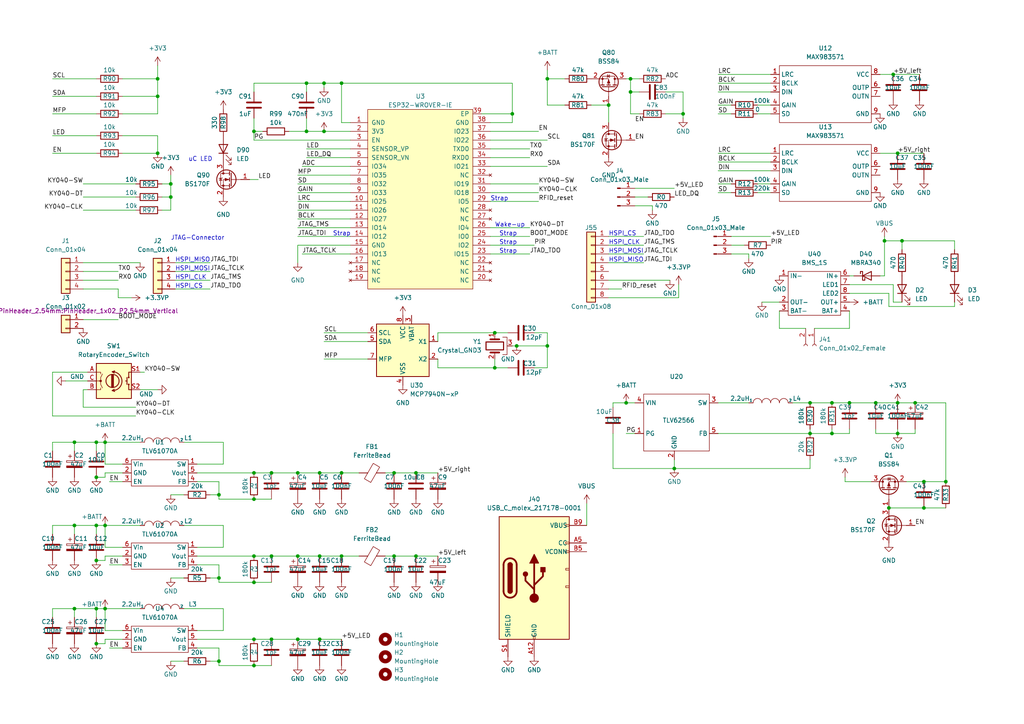
<source format=kicad_sch>
(kicad_sch (version 20211123) (generator eeschema)
  (paper "A4")
  (title_block (title "Kinderradio") (date "25.12.2022") (rev "A"))
  (lib_symbols
    (symbol "Connector:Conn_01x02_Female" (pin_names (offset 1.016) hide)
      (property "Reference" "J" (at 0 2.54 0))
      (property "Value" "Conn_01x02_Female" (at 0 -5.08 0))
      (symbol "Conn_01x02_Female_1_1"
        (pin passive line (at -5.08 0 0) (length 3.81) (name "Pin_1") (number "1"))
        (pin passive line (at -5.08 -2.54 0) (length 3.81) (name "Pin_2") (number "2"))
      )
    )
    (symbol "Connector:Conn_01x03_Male" (pin_names (offset 1.016) hide)
      (property "Reference" "J" (at 0 5.08 0))
      (property "Value" "Conn_01x03_Male" (at 0 -5.08 0))
      (symbol "Conn_01x03_Male_1_1"
        (pin passive line (at 5.08 2.54 180) (length 3.81) (name "Pin_1") (number "1"))
        (pin passive line (at 5.08 0 180) (length 3.81) (name "Pin_2") (number "2"))
        (pin passive line (at 5.08 -2.54 180) (length 3.81) (name "Pin_3") (number "3"))
      )
    )
    (symbol "Connector_Generic:Conn_01x02" (pin_names (offset 1.016) hide)
      (property "Reference" "J" (at 0 2.54 0))
      (property "Value" "Conn_01x02" (at 0 -5.08 0))
      (symbol "Conn_01x02_1_1"
        (pin passive line (at -5.08 0 0) (length 3.81) (name "Pin_1") (number "1"))
        (pin passive line (at -5.08 -2.54 0) (length 3.81) (name "Pin_2") (number "2"))
      )
    )
    (symbol "Connector_Generic:Conn_01x04" (pin_names (offset 1.016) hide)
      (property "Reference" "J" (at 0 5.08 0))
      (property "Value" "Conn_01x04" (at 0 -7.62 0))
      (symbol "Conn_01x04_1_1"
        (pin passive line (at -5.08 2.54 0) (length 3.81) (name "Pin_1") (number "1"))
        (pin passive line (at -5.08 0 0) (length 3.81) (name "Pin_2") (number "2"))
        (pin passive line (at -5.08 -2.54 0) (length 3.81) (name "Pin_3") (number "3"))
        (pin passive line (at -5.08 -5.08 0) (length 3.81) (name "Pin_4") (number "4"))
      )
    )
    (symbol "Connector_Generic:Conn_01x08" (pin_names (offset 1.016) hide)
      (property "Reference" "J" (at 0 10.16 0))
      (property "Value" "Conn_01x08" (at 0 -12.7 0))
      (symbol "Conn_01x08_1_1"
        (pin passive line (at -5.08 7.62 0) (length 3.81) (name "Pin_1") (number "1"))
        (pin passive line (at -5.08 5.08 0) (length 3.81) (name "Pin_2") (number "2"))
        (pin passive line (at -5.08 2.54 0) (length 3.81) (name "Pin_3") (number "3"))
        (pin passive line (at -5.08 0 0) (length 3.81) (name "Pin_4") (number "4"))
        (pin passive line (at -5.08 -2.54 0) (length 3.81) (name "Pin_5") (number "5"))
        (pin passive line (at -5.08 -5.08 0) (length 3.81) (name "Pin_6") (number "6"))
        (pin passive line (at -5.08 -7.62 0) (length 3.81) (name "Pin_7") (number "7"))
        (pin passive line (at -5.08 -10.16 0) (length 3.81) (name "Pin_8") (number "8"))
      )
    )
    (symbol "Device:C" (pin_numbers hide) (pin_names (offset 0.254))
      (property "Reference" "C" (at 0.635 2.54 0))
      (property "Value" "C" (at 0.635 -2.54 0))
      (symbol "C_1_1"
        (pin passive line (at 0 3.81 270) (length 2.794) (name "~") (number "1"))
        (pin passive line (at 0 -3.81 90) (length 2.794) (name "~") (number "2"))
      )
    )
    (symbol "Device:C_Polarized" (pin_numbers hide) (pin_names (offset 0.254))
      (property "Reference" "C" (at 0.635 2.54 0))
      (property "Value" "C_Polarized" (at 0.635 -2.54 0))
      (symbol "C_Polarized_1_1"
        (pin passive line (at 0 3.81 270) (length 2.794) (name "~") (number "1"))
        (pin passive line (at 0 -3.81 90) (length 2.794) (name "~") (number "2"))
      )
    )
    (symbol "Device:Crystal_GND3" (pin_names (offset 1.016) hide)
      (property "Reference" "Y" (at 0 5.715 0))
      (property "Value" "Crystal_GND3" (at 0 3.81 0))
      (symbol "Crystal_GND3_1_1"
        (pin passive line (at -3.81 0 0) (length 1.27) (name "1") (number "1"))
        (pin passive line (at 3.81 0 180) (length 1.27) (name "2") (number "2"))
        (pin passive line (at 0 -5.08 90) (length 1.27) (name "3") (number "3"))
      )
    )
    (symbol "Device:FerriteBead" (pin_numbers hide) (pin_names (offset 0))
      (property "Reference" "FB" (at -3.81 0.635 90))
      (property "Value" "FerriteBead" (at 3.81 0 90))
      (symbol "FerriteBead_1_1"
        (pin passive line (at 0 3.81 270) (length 2.54) (name "~") (number "1"))
        (pin passive line (at 0 -3.81 90) (length 2.54) (name "~") (number "2"))
      )
    )
    (symbol "Device:LED" (pin_numbers hide) (pin_names (offset 1.016) hide)
      (property "Reference" "D" (at 0 2.54 0))
      (property "Value" "LED" (at 0 -2.54 0))
      (symbol "LED_1_1"
        (pin passive line (at -3.81 0 0) (length 2.54) (name "K") (number "1"))
        (pin passive line (at 3.81 0 180) (length 2.54) (name "A") (number "2"))
      )
    )
    (symbol "Device:R" (pin_numbers hide) (pin_names (offset 0))
      (property "Reference" "R" (at 2.032 0 90))
      (property "Value" "R" (at 0 0 90))
      (symbol "R_1_1"
        (pin passive line (at 0 3.81 270) (length 1.27) (name "~") (number "1"))
        (pin passive line (at 0 -3.81 90) (length 1.27) (name "~") (number "2"))
      )
    )
    (symbol "Device:RotaryEncoder_Switch" (pin_names (offset 0.254) hide)
      (property "Reference" "SW" (at 0 6.604 0))
      (property "Value" "RotaryEncoder_Switch" (at 0 -6.604 0))
      (symbol "RotaryEncoder_Switch_1_1"
        (pin passive line (at -7.62 2.54 0) (length 2.54) (name "A") (number "A"))
        (pin passive line (at -7.62 -2.54 0) (length 2.54) (name "B") (number "B"))
        (pin passive line (at -7.62 0 0) (length 2.54) (name "C") (number "C"))
        (pin passive line (at 7.62 2.54 180) (length 2.54) (name "S1") (number "S1"))
        (pin passive line (at 7.62 -2.54 180) (length 2.54) (name "S2") (number "S2"))
      )
    )
    (symbol "Diode:MBRA340" (pin_numbers hide) (pin_names hide)
      (property "Reference" "D" (at 0 2.54 0))
      (property "Value" "MBRA340" (at 0 -2.54 0))
      (symbol "MBRA340_1_1"
        (pin passive line (at -3.81 0 0) (length 2.54) (name "K") (number "1"))
        (pin passive line (at 3.81 0 180) (length 2.54) (name "A") (number "2"))
      )
    )
    (symbol "EspressIf:ESP32-WROVER-IE" (pin_names (offset 1.016))
      (property "Reference" "U3" (at 0 30.48 0))
      (property "Value" "ESP32-WROVER-IE" (at 0 27.94 0))
      (symbol "ESP32-WROVER-IE_1_1"
        (pin power_in line (at -20.32 22.86 0) (length 5.08) (name "GND") (number "1"))
        (pin bidirectional line (at -20.32 0 0) (length 5.08) (name "IO25") (number "10"))
        (pin bidirectional line (at -20.32 -2.54 0) (length 5.08) (name "IO26") (number "11"))
        (pin bidirectional line (at -20.32 -5.08 0) (length 5.08) (name "IO27") (number "12"))
        (pin bidirectional line (at -20.32 -7.62 0) (length 5.08) (name "IO14") (number "13"))
        (pin bidirectional line (at -20.32 -10.16 0) (length 5.08) (name "IO12") (number "14"))
        (pin power_in line (at -20.32 -12.7 0) (length 5.08) (name "GND") (number "15"))
        (pin bidirectional line (at -20.32 -15.24 0) (length 5.08) (name "IO13") (number "16"))
        (pin no_connect line (at -20.32 -17.78 0) (length 5.08) (name "NC") (number "17"))
        (pin no_connect line (at -20.32 -20.32 0) (length 5.08) (name "NC") (number "18"))
        (pin no_connect line (at -20.32 -22.86 0) (length 5.08) (name "NC") (number "19"))
        (pin power_in line (at -20.32 20.32 0) (length 5.08) (name "3V3") (number "2"))
        (pin no_connect line (at 20.32 -22.86 180) (length 5.08) (name "NC") (number "20"))
        (pin no_connect line (at 20.32 -20.32 180) (length 5.08) (name "NC") (number "21"))
        (pin no_connect line (at 20.32 -17.78 180) (length 5.08) (name "NC") (number "22"))
        (pin bidirectional line (at 20.32 -15.24 180) (length 5.08) (name "IO15") (number "23"))
        (pin bidirectional line (at 20.32 -12.7 180) (length 5.08) (name "IO2") (number "24"))
        (pin bidirectional line (at 20.32 -10.16 180) (length 5.08) (name "IO0") (number "25"))
        (pin bidirectional line (at 20.32 -7.62 180) (length 5.08) (name "IO4") (number "26"))
        (pin no_connect line (at 20.32 -5.08 180) (length 5.08) (name "NC") (number "27"))
        (pin no_connect line (at 20.32 -2.54 180) (length 5.08) (name "NC") (number "28"))
        (pin bidirectional line (at 20.32 0 180) (length 5.08) (name "IO5") (number "29"))
        (pin input line (at -20.32 17.78 0) (length 5.08) (name "EN") (number "3"))
        (pin bidirectional line (at 20.32 2.54 180) (length 5.08) (name "IO18") (number "30"))
        (pin bidirectional line (at 20.32 5.08 180) (length 5.08) (name "IO19") (number "31"))
        (pin no_connect line (at 20.32 7.62 180) (length 5.08) (name "NC") (number "32"))
        (pin bidirectional line (at 20.32 10.16 180) (length 5.08) (name "IO21") (number "33"))
        (pin output line (at 20.32 12.7 180) (length 5.08) (name "RXD0") (number "34"))
        (pin output line (at 20.32 15.24 180) (length 5.08) (name "TXD0") (number "35"))
        (pin bidirectional line (at 20.32 17.78 180) (length 5.08) (name "IO22") (number "36"))
        (pin bidirectional line (at 20.32 20.32 180) (length 5.08) (name "IO23") (number "37"))
        (pin power_in line (at 20.32 22.86 180) (length 5.08) (name "GND") (number "38"))
        (pin input line (at 17.78 25.4 180) (length 2.54) (name "EP") (number "39"))
        (pin output line (at -20.32 15.24 0) (length 5.08) (name "SENSOR_VP") (number "4"))
        (pin output line (at -20.32 12.7 0) (length 5.08) (name "SENSOR_VN") (number "5"))
        (pin bidirectional line (at -20.32 10.16 0) (length 5.08) (name "IO34") (number "6"))
        (pin bidirectional line (at -20.32 7.62 0) (length 5.08) (name "IO35") (number "7"))
        (pin bidirectional line (at -20.32 5.08 0) (length 5.08) (name "IO32") (number "8"))
        (pin bidirectional line (at -20.32 2.54 0) (length 5.08) (name "IO33") (number "9"))
      )
    )
    (symbol "Mechanical:MountingHole" (pin_names (offset 1.016))
      (property "Reference" "H" (at 0 5.08 0))
      (property "Value" "MountingHole" (at 0 3.175 0))
    )
    (symbol "Timer_RTC:MCP7940N-xP"
      (property "Reference" "U" (at -6.35 8.89 0))
      (property "Value" "MCP7940N-xP" (at 11.43 8.89 0))
      (symbol "MCP7940N-xP_1_1"
        (pin input line (at 10.16 2.54 180) (length 2.54) (name "X1") (number "1"))
        (pin output line (at 10.16 -2.54 180) (length 2.54) (name "X2") (number "2"))
        (pin power_in line (at 2.54 10.16 270) (length 2.54) (name "VBAT") (number "3"))
        (pin power_in line (at 0 -10.16 90) (length 2.54) (name "VSS") (number "4"))
        (pin bidirectional line (at -10.16 2.54 0) (length 2.54) (name "SDA") (number "5"))
        (pin input line (at -10.16 5.08 0) (length 2.54) (name "SCL") (number "6"))
        (pin open_collector line (at -10.16 -2.54 0) (length 2.54) (name "MFP") (number "7"))
        (pin power_in line (at 0 10.16 270) (length 2.54) (name "VCC") (number "8"))
      )
    )
    (symbol "Transistor_FET:BS170F" (pin_names hide)
      (property "Reference" "Q" (at 5.08 1.905 0))
      (property "Value" "BS170F" (at 5.08 0 0))
      (symbol "BS170F_1_1"
        (pin input line (at -5.08 0 0) (length 2.54) (name "G") (number "1"))
        (pin passive line (at 2.54 -5.08 90) (length 2.54) (name "S") (number "2"))
        (pin passive line (at 2.54 5.08 270) (length 2.54) (name "D") (number "3"))
      )
    )
    (symbol "Transistor_FET:BSS84" (pin_names hide)
      (property "Reference" "Q" (at 5.08 1.905 0))
      (property "Value" "BSS84" (at 5.08 0 0))
      (symbol "BSS84_1_1"
        (pin input line (at -5.08 0 0) (length 2.54) (name "G") (number "1"))
        (pin passive line (at 2.54 -5.08 90) (length 2.54) (name "S") (number "2"))
        (pin passive line (at 2.54 5.08 270) (length 2.54) (name "D") (number "3"))
      )
    )
    (symbol "max98357a:MAX983571"
      (property "Reference" "U" (at 0 -1.27 0))
      (property "Value" "MAX983571" (at 0 1.27 0))
      (symbol "MAX983571_1_1"
        (pin input line (at -15.24 5.08 0) (length 2.54) (name "LRC") (number "1"))
        (pin input line (at -15.24 2.54 0) (length 2.54) (name "BCLK") (number "2"))
        (pin input line (at -15.24 0 0) (length 2.54) (name "DIN") (number "3"))
        (pin input line (at -15.24 -3.81 0) (length 2.54) (name "GAIN") (number "4"))
        (pin input line (at -15.24 -6.35 0) (length 2.54) (name "SD") (number "5"))
        (pin output line (at 16.51 1.27 180) (length 2.54) (name "OUTP") (number "6"))
        (pin output line (at 16.51 -1.27 180) (length 2.54) (name "OUTN") (number "7"))
        (pin power_in line (at 16.51 5.08 180) (length 2.54) (name "VCC") (number "8"))
        (pin power_out line (at 16.51 -6.35 180) (length 2.54) (name "GND") (number "9"))
      )
    )
    (symbol "my_lib:BMS_1S"
      (property "Reference" "U?" (at -1.27 10.16 0))
      (property "Value" "BMS_1S" (at -1.27 7.62 0))
      (symbol "BMS_1S_1_1"
        (pin input line (at -11.43 3.81 0) (length 2.54) (name "IN-") (number "1"))
        (pin input line (at -11.43 -3.81 0) (length 2.54) (name "OUT-") (number "2"))
        (pin input line (at -11.43 -6.35 0) (length 2.54) (name "BAT-") (number "3"))
        (pin input line (at 8.89 -6.35 180) (length 2.54) (name "BAT+") (number "4"))
        (pin input line (at 8.89 -3.81 180) (length 2.54) (name "OUT+") (number "5"))
        (pin input line (at 8.89 3.81 180) (length 2.54) (name "IN+") (number "6"))
        (pin input line (at 8.89 1.27 180) (length 2.54) (name "LED1") (number "7"))
        (pin input line (at 8.89 -1.27 180) (length 2.54) (name "LED2") (number "8"))
      )
    )
    (symbol "my_lib:TLV61070A"
      (property "Reference" "U" (at -3.81 0 0))
      (property "Value" "TLV61070A" (at -1.27 5.08 0))
      (symbol "TLV61070A_1_1"
        (pin input line (at 8.89 2.54 180) (length 2.54) (name "SW") (number "1"))
        (pin input line (at -12.7 0 0) (length 2.54) (name "GND") (number "2"))
        (pin input line (at -12.7 -2.54 0) (length 2.54) (name "EN") (number "3"))
        (pin input line (at 8.89 -2.54 180) (length 2.54) (name "FB") (number "4"))
        (pin input line (at 8.89 0 180) (length 2.54) (name "Vout") (number "5"))
        (pin input line (at -12.7 2.54 0) (length 2.54) (name "Vin") (number "6"))
      )
    )
    (symbol "my_lib:TLV62566"
      (property "Reference" "U" (at 0 1.27 0))
      (property "Value" "TLV62566" (at 0 -1.27 0))
      (symbol "TLV62566_1_1"
        (pin input line (at -11.43 -3.81 0) (length 2.54) (name "PG") (number "1"))
        (pin input line (at 0 -11.43 90) (length 2.54) (name "GND") (number "2"))
        (pin input line (at 12.7 5.08 180) (length 2.54) (name "SW") (number "3"))
        (pin input line (at -11.43 5.08 0) (length 2.54) (name "VIN") (number "4"))
        (pin input line (at 12.7 -3.81 180) (length 2.54) (name "FB") (number "5"))
      )
    )
    (symbol "my_lib:USB_C_molex_217178-0001"
      (property "Reference" "J40" (at 0 20.32 0))
      (property "Value" "USB_C_molex_217178-0001" (at 0 17.78 0))
      (symbol "USB_C_molex_217178-0001_1_1"
        (pin passive line (at 0 -25.4 90) (length 5.08) (name "GND") (number "A12"))
        (pin bidirectional line (at 15.24 7.62 180) (length 5.08) (name "CC") (number "A5"))
        (pin passive line (at 15.24 12.7 180) (length 5.08) hide (name "VBUS") (number "A9"))
        (pin passive line (at 0 -25.4 90) (length 5.08) hide (name "GND") (number "B12"))
        (pin bidirectional line (at 15.24 5.08 180) (length 5.08) (name "VCONN") (number "B5"))
        (pin passive line (at 15.24 12.7 180) (length 5.08) (name "VBUS") (number "B9"))
        (pin passive line (at -7.62 -25.4 90) (length 5.08) (name "SHIELD") (number "S1"))
        (pin passive line (at -7.62 -25.4 90) (length 5.08) hide (name "SHIELD") (number "S2"))
      )
    )
    (symbol "power:+3.3V" (power) (pin_names (offset 0))
      (property "Value" "+3.3V" (at 0 3.556 0))
      (symbol "+3.3V_1_1"
        (pin power_in line (at 0 0 90) (length 0) hide (name "+3V3") (number "1"))
      )
    )
    (symbol "power:+3.3VP" (power) (pin_names (offset 0))
      (property "Value" "+3.3VP" (at 0 2.54 0))
      (symbol "+3.3VP_0_0"
        (pin power_in line (at 0 0 90) (length 0) hide (name "+3.3VP") (number "1"))
      )
    )
    (symbol "power:+3V3" (power) (pin_names (offset 0))
      (property "Value" "+3V3" (at 0 3.556 0))
      (symbol "+3V3_1_1"
        (pin power_in line (at 0 0 90) (length 0) hide (name "+3V3") (number "1"))
      )
    )
    (symbol "power:+BATT" (power) (pin_names (offset 0))
      (property "Value" "+BATT" (at 0 3.556 0))
      (symbol "+BATT_1_1"
        (pin power_in line (at 0 0 90) (length 0) hide (name "+BATT") (number "1"))
      )
    )
    (symbol "power:GND" (power) (pin_names (offset 0))
      (property "Value" "GND" (at 0 -3.81 0))
      (symbol "GND_1_1"
        (pin power_in line (at 0 0 270) (length 0) hide (name "GND") (number "1"))
      )
    )
    (symbol "power:VBUS" (power) (pin_names (offset 0))
      (property "Value" "VBUS" (at 0 3.81 0))
      (symbol "VBUS_1_1"
        (pin power_in line (at 0 0 90) (length 0) hide (name "VBUS") (number "1"))
      )
    )
    (symbol "pspice:INDUCTOR" (pin_numbers hide) (pin_names (offset 0))
      (property "Reference" "L" (at 0 2.54 0))
      (property "Value" "INDUCTOR" (at 0 -1.27 0))
      (symbol "INDUCTOR_1_1"
        (pin input line (at -6.35 0 0) (length 1.27) (name "1") (number "1"))
        (pin input line (at 6.35 0 180) (length 1.27) (name "2") (number "2"))
      )
    )
  )
  (junction (at 73.66 161.29))
  (junction (at 27.94 176.53))
  (junction (at 267.97 147.32))
  (junction (at 27.94 186.69))
  (junction (at 21.59 128.27))
  (junction (at 267.97 139.7))
  (junction (at 246.38 116.84))
  (junction (at 73.66 168.91))
  (junction (at 88.9 38.1))
  (junction (at 45.72 22.86))
  (junction (at 241.3 116.84))
  (junction (at 143.51 106.68))
  (junction (at 92.71 161.29))
  (junction (at 86.36 137.16))
  (junction (at 21.59 152.4))
  (junction (at 241.3 125.73))
  (junction (at 78.74 185.42))
  (junction (at 27.94 128.27))
  (junction (at 158.75 100.33))
  (junction (at 30.48 176.53))
  (junction (at 86.36 185.42))
  (junction (at 99.06 137.16))
  (junction (at 27.94 162.56))
  (junction (at 78.74 137.16))
  (junction (at 234.95 125.73))
  (junction (at 27.94 138.43))
  (junction (at 234.95 116.84))
  (junction (at 260.35 125.73))
  (junction (at 49.53 57.15))
  (junction (at 99.06 161.29))
  (junction (at 73.66 137.16))
  (junction (at 182.88 22.86))
  (junction (at 114.3 137.16))
  (junction (at 254 116.84))
  (junction (at 261.62 69.85))
  (junction (at 92.71 137.16))
  (junction (at 158.75 22.86))
  (junction (at 260.35 44.45))
  (junction (at 259.08 21.59))
  (junction (at 93.98 38.1))
  (junction (at 92.71 185.42))
  (junction (at 93.98 24.13))
  (junction (at 45.72 27.94))
  (junction (at 256.54 69.85))
  (junction (at 143.51 96.52))
  (junction (at 176.53 30.48))
  (junction (at 73.66 38.1))
  (junction (at 30.48 128.27))
  (junction (at 274.32 139.7))
  (junction (at 265.43 116.84))
  (junction (at 30.48 152.4))
  (junction (at 63.5 143.51))
  (junction (at 114.3 161.29))
  (junction (at 21.59 176.53))
  (junction (at 73.66 185.42))
  (junction (at 198.12 33.02))
  (junction (at 63.5 191.77))
  (junction (at 88.9 24.13))
  (junction (at 182.88 26.67))
  (junction (at 149.86 100.33))
  (junction (at 86.36 161.29))
  (junction (at 78.74 161.29))
  (junction (at 181.61 116.84))
  (junction (at 257.81 147.32))
  (junction (at 195.58 135.89))
  (junction (at 73.66 193.04))
  (junction (at 120.65 161.29))
  (junction (at 45.72 44.45))
  (junction (at 99.06 24.13))
  (junction (at 73.66 144.78))
  (junction (at 63.5 167.64))
  (junction (at 260.35 116.84))
  (junction (at 49.53 53.34))
  (junction (at 27.94 152.4))
  (junction (at 120.65 137.16))
  (junction (at 148.59 33.02))
  (wire (pts (xy 50.8 83.82) (xy 60.96 83.82)))
  (wire (pts (xy 127 104.14) (xy 127 106.68)))
  (wire (pts (xy 149.86 100.33) (xy 148.59 100.33)))
  (wire (pts (xy 15.24 44.45) (xy 27.94 44.45)))
  (wire (pts (xy 57.15 137.16) (xy 73.66 137.16)))
  (wire (pts (xy 27.94 162.56) (xy 30.48 162.56)))
  (wire (pts (xy 149.86 100.33) (xy 158.75 100.33)))
  (wire (pts (xy 86.36 55.88) (xy 101.6 55.88)))
  (wire (pts (xy 154.94 96.52) (xy 158.75 96.52)))
  (wire (pts (xy 156.21 55.88) (xy 142.24 55.88)))
  (wire (pts (xy 158.75 20.32) (xy 158.75 22.86)))
  (wire (pts (xy 142.24 45.72) (xy 153.67 45.72)))
  (wire (pts (xy 156.21 38.1) (xy 142.24 38.1)))
  (wire (pts (xy 182.88 22.86) (xy 185.42 22.86)))
  (wire (pts (xy 99.06 161.29) (xy 104.14 161.29)))
  (wire (pts (xy 219.71 33.02) (xy 223.52 33.02)))
  (wire (pts (xy 15.24 27.94) (xy 27.94 27.94)))
  (wire (pts (xy 49.53 57.15) (xy 49.53 53.34)))
  (wire (pts (xy 15.24 130.81) (xy 15.24 128.27)))
  (wire (pts (xy 73.66 38.1) (xy 73.66 40.64)))
  (wire (pts (xy 34.29 83.82) (xy 34.29 86.36)))
  (wire (pts (xy 35.56 22.86) (xy 45.72 22.86)))
  (wire (pts (xy 259.08 87.63) (xy 261.62 87.63)))
  (wire (pts (xy 241.3 116.84) (xy 246.38 116.84)))
  (wire (pts (xy 25.4 113.03) (xy 24.13 113.03)))
  (wire (pts (xy 256.54 69.85) (xy 261.62 69.85)))
  (wire (pts (xy 208.28 125.73) (xy 234.95 125.73)))
  (wire (pts (xy 78.74 137.16) (xy 86.36 137.16)))
  (wire (pts (xy 15.24 107.95) (xy 25.4 107.95)))
  (wire (pts (xy 15.24 33.02) (xy 27.94 33.02)))
  (wire (pts (xy 245.11 138.43) (xy 245.11 139.7)))
  (wire (pts (xy 163.83 30.48) (xy 158.75 30.48)))
  (wire (pts (xy 27.94 186.69) (xy 30.48 186.69)))
  (wire (pts (xy 142.24 71.12) (xy 154.94 71.12)))
  (wire (pts (xy 24.13 83.82) (xy 34.29 83.82)))
  (wire (pts (xy 57.15 139.7) (xy 63.5 139.7)))
  (wire (pts (xy 27.94 176.53) (xy 27.94 179.07)))
  (wire (pts (xy 208.28 55.88) (xy 212.09 55.88)))
  (wire (pts (xy 15.24 120.65) (xy 15.24 107.95)))
  (wire (pts (xy 257.81 147.32) (xy 267.97 147.32)))
  (wire (pts (xy 15.24 120.65) (xy 39.37 120.65)))
  (wire (pts (xy 154.94 106.68) (xy 158.75 106.68)))
  (wire (pts (xy 60.96 167.64) (xy 63.5 167.64)))
  (wire (pts (xy 35.56 44.45) (xy 45.72 44.45)))
  (wire (pts (xy 64.77 128.27) (xy 64.77 134.62)))
  (wire (pts (xy 64.77 158.75) (xy 57.15 158.75)))
  (wire (pts (xy 46.99 60.96) (xy 49.53 60.96)))
  (wire (pts (xy 73.66 40.64) (xy 101.6 40.64)))
  (wire (pts (xy 265.43 124.46) (xy 265.43 125.73)))
  (wire (pts (xy 93.98 104.14) (xy 106.68 104.14)))
  (wire (pts (xy 93.98 24.13) (xy 93.98 25.4)))
  (wire (pts (xy 24.13 113.03) (xy 24.13 118.11)))
  (wire (pts (xy 93.98 96.52) (xy 106.68 96.52)))
  (wire (pts (xy 156.21 53.34) (xy 142.24 53.34)))
  (wire (pts (xy 38.1 86.36) (xy 34.29 86.36)))
  (wire (pts (xy 176.53 35.56) (xy 176.53 30.48)))
  (wire (pts (xy 86.36 66.04) (xy 101.6 66.04)))
  (wire (pts (xy 189.23 59.69) (xy 189.23 60.96)))
  (wire (pts (xy 93.98 38.1) (xy 88.9 38.1)))
  (wire (pts (xy 208.28 49.53) (xy 223.52 49.53)))
  (wire (pts (xy 86.36 50.8) (xy 101.6 50.8)))
  (wire (pts (xy 256.54 68.58) (xy 256.54 69.85)))
  (wire (pts (xy 57.15 185.42) (xy 73.66 185.42)))
  (wire (pts (xy 27.94 152.4) (xy 30.48 152.4)))
  (wire (pts (xy 24.13 118.11) (xy 39.37 118.11)))
  (wire (pts (xy 142.24 48.26) (xy 158.75 48.26)))
  (wire (pts (xy 30.48 152.4) (xy 40.64 152.4)))
  (wire (pts (xy 246.38 82.55) (xy 259.08 82.55)))
  (wire (pts (xy 101.6 73.66) (xy 87.63 73.66)))
  (wire (pts (xy 63.5 167.64) (xy 63.5 168.91)))
  (wire (pts (xy 148.59 33.02) (xy 148.59 24.13)))
  (wire (pts (xy 63.5 191.77) (xy 63.5 193.04)))
  (wire (pts (xy 78.74 161.29) (xy 86.36 161.29)))
  (wire (pts (xy 158.75 96.52) (xy 158.75 100.33)))
  (wire (pts (xy 39.37 57.15) (xy 24.13 57.15)))
  (wire (pts (xy 208.28 116.84) (xy 217.17 116.84)))
  (wire (pts (xy 114.3 161.29) (xy 120.65 161.29)))
  (wire (pts (xy 73.66 38.1) (xy 76.2 38.1)))
  (wire (pts (xy 217.17 73.66) (xy 217.17 74.93)))
  (wire (pts (xy 50.8 76.2) (xy 60.96 76.2)))
  (wire (pts (xy 226.06 95.25) (xy 233.68 95.25)))
  (wire (pts (xy 176.53 86.36) (xy 196.85 86.36)))
  (wire (pts (xy 208.28 33.02) (xy 212.09 33.02)))
  (wire (pts (xy 182.88 26.67) (xy 182.88 33.02)))
  (wire (pts (xy 208.28 24.13) (xy 223.52 24.13)))
  (wire (pts (xy 198.12 26.67) (xy 198.12 33.02)))
  (wire (pts (xy 30.48 185.42) (xy 30.48 186.69)))
  (wire (pts (xy 208.28 53.34) (xy 212.09 53.34)))
  (wire (pts (xy 35.56 134.62) (xy 30.48 134.62)))
  (wire (pts (xy 111.76 161.29) (xy 114.3 161.29)))
  (wire (pts (xy 139.7 33.02) (xy 148.59 33.02)))
  (wire (pts (xy 276.86 72.39) (xy 276.86 69.85)))
  (wire (pts (xy 64.77 134.62) (xy 57.15 134.62)))
  (wire (pts (xy 158.75 22.86) (xy 158.75 30.48)))
  (wire (pts (xy 184.15 57.15) (xy 187.96 57.15)))
  (wire (pts (xy 64.77 176.53) (xy 64.77 182.88)))
  (wire (pts (xy 261.62 69.85) (xy 276.86 69.85)))
  (wire (pts (xy 31.75 187.96) (xy 35.56 187.96)))
  (wire (pts (xy 30.48 161.29) (xy 30.48 162.56)))
  (wire (pts (xy 15.24 39.37) (xy 27.94 39.37)))
  (wire (pts (xy 73.66 26.67) (xy 73.66 24.13)))
  (wire (pts (xy 259.08 21.59) (xy 266.7 21.59)))
  (wire (pts (xy 35.56 185.42) (xy 30.48 185.42)))
  (wire (pts (xy 86.36 71.12) (xy 86.36 76.2)))
  (wire (pts (xy 260.35 116.84) (xy 265.43 116.84)))
  (wire (pts (xy 260.35 124.46) (xy 260.35 125.73)))
  (wire (pts (xy 195.58 135.89) (xy 234.95 135.89)))
  (wire (pts (xy 185.42 33.02) (xy 182.88 33.02)))
  (wire (pts (xy 260.35 44.45) (xy 267.97 44.45)))
  (wire (pts (xy 208.28 26.67) (xy 223.52 26.67)))
  (wire (pts (xy 93.98 99.06) (xy 106.68 99.06)))
  (wire (pts (xy 24.13 78.74) (xy 34.29 78.74)))
  (wire (pts (xy 234.95 125.73) (xy 241.3 125.73)))
  (wire (pts (xy 198.12 33.02) (xy 198.12 34.29)))
  (wire (pts (xy 246.38 116.84) (xy 254 116.84)))
  (wire (pts (xy 153.67 73.66) (xy 142.24 73.66)))
  (wire (pts (xy 60.96 191.77) (xy 63.5 191.77)))
  (wire (pts (xy 208.28 30.48) (xy 212.09 30.48)))
  (wire (pts (xy 257.81 88.9) (xy 276.86 88.9)))
  (wire (pts (xy 262.89 139.7) (xy 267.97 139.7)))
  (wire (pts (xy 78.74 185.42) (xy 86.36 185.42)))
  (wire (pts (xy 177.8 116.84) (xy 181.61 116.84)))
  (wire (pts (xy 176.53 81.28) (xy 194.31 81.28)))
  (wire (pts (xy 73.66 137.16) (xy 78.74 137.16)))
  (wire (pts (xy 21.59 152.4) (xy 27.94 152.4)))
  (wire (pts (xy 57.15 161.29) (xy 73.66 161.29)))
  (wire (pts (xy 21.59 128.27) (xy 27.94 128.27)))
  (wire (pts (xy 15.24 152.4) (xy 21.59 152.4)))
  (wire (pts (xy 229.87 116.84) (xy 234.95 116.84)))
  (wire (pts (xy 73.66 34.29) (xy 73.66 38.1)))
  (wire (pts (xy 143.51 104.14) (xy 143.51 106.68)))
  (wire (pts (xy 73.66 185.42) (xy 78.74 185.42)))
  (wire (pts (xy 86.36 58.42) (xy 101.6 58.42)))
  (wire (pts (xy 86.36 53.34) (xy 101.6 53.34)))
  (wire (pts (xy 208.28 44.45) (xy 223.52 44.45)))
  (wire (pts (xy 184.15 54.61) (xy 195.58 54.61)))
  (wire (pts (xy 35.56 158.75) (xy 30.48 158.75)))
  (wire (pts (xy 127 96.52) (xy 143.51 96.52)))
  (wire (pts (xy 257.81 85.09) (xy 257.81 88.9)))
  (wire (pts (xy 193.04 26.67) (xy 198.12 26.67)))
  (wire (pts (xy 46.99 57.15) (xy 49.53 57.15)))
  (wire (pts (xy 212.09 71.12) (xy 215.9 71.12)))
  (wire (pts (xy 92.71 185.42) (xy 99.06 185.42)))
  (wire (pts (xy 142.24 58.42) (xy 156.21 58.42)))
  (wire (pts (xy 143.51 96.52) (xy 147.32 96.52)))
  (wire (pts (xy 35.56 33.02) (xy 45.72 33.02)))
  (wire (pts (xy 196.85 82.55) (xy 196.85 86.36)))
  (wire (pts (xy 45.72 39.37) (xy 45.72 44.45)))
  (wire (pts (xy 261.62 72.39) (xy 261.62 69.85)))
  (wire (pts (xy 21.59 176.53) (xy 27.94 176.53)))
  (wire (pts (xy 143.51 106.68) (xy 147.32 106.68)))
  (wire (pts (xy 21.59 152.4) (xy 21.59 154.94)))
  (wire (pts (xy 246.38 95.25) (xy 246.38 90.17)))
  (wire (pts (xy 86.36 68.58) (xy 101.6 68.58)))
  (wire (pts (xy 63.5 168.91) (xy 73.66 168.91)))
  (wire (pts (xy 86.36 161.29) (xy 92.71 161.29)))
  (wire (pts (xy 30.48 176.53) (xy 40.64 176.53)))
  (wire (pts (xy 50.8 78.74) (xy 60.96 78.74)))
  (wire (pts (xy 49.53 191.77) (xy 53.34 191.77)))
  (wire (pts (xy 185.42 26.67) (xy 182.88 26.67)))
  (wire (pts (xy 45.72 27.94) (xy 45.72 33.02)))
  (wire (pts (xy 148.59 35.56) (xy 148.59 33.02)))
  (wire (pts (xy 181.61 22.86) (xy 182.88 22.86)))
  (wire (pts (xy 73.66 168.91) (xy 78.74 168.91)))
  (wire (pts (xy 256.54 69.85) (xy 256.54 80.01)))
  (wire (pts (xy 63.5 163.83) (xy 63.5 167.64)))
  (wire (pts (xy 92.71 137.16) (xy 99.06 137.16)))
  (wire (pts (xy 234.95 135.89) (xy 234.95 133.35)))
  (wire (pts (xy 177.8 135.89) (xy 195.58 135.89)))
  (wire (pts (xy 19.05 110.49) (xy 25.4 110.49)))
  (wire (pts (xy 53.34 152.4) (xy 64.77 152.4)))
  (wire (pts (xy 267.97 139.7) (xy 274.32 139.7)))
  (wire (pts (xy 274.32 139.7) (xy 274.32 116.84)))
  (wire (pts (xy 64.77 182.88) (xy 57.15 182.88)))
  (wire (pts (xy 184.15 116.84) (xy 181.61 116.84)))
  (wire (pts (xy 46.99 53.34) (xy 49.53 53.34)))
  (wire (pts (xy 127 96.52) (xy 127 99.06)))
  (wire (pts (xy 35.56 137.16) (xy 30.48 137.16)))
  (wire (pts (xy 246.38 124.46) (xy 246.38 125.73)))
  (wire (pts (xy 88.9 34.29) (xy 88.9 38.1)))
  (wire (pts (xy 171.45 30.48) (xy 176.53 30.48)))
  (wire (pts (xy 176.53 71.12) (xy 186.69 71.12)))
  (wire (pts (xy 99.06 35.56) (xy 99.06 24.13)))
  (wire (pts (xy 53.34 128.27) (xy 64.77 128.27)))
  (wire (pts (xy 86.36 137.16) (xy 92.71 137.16)))
  (wire (pts (xy 64.77 152.4) (xy 64.77 158.75)))
  (wire (pts (xy 27.94 128.27) (xy 27.94 130.81)))
  (wire (pts (xy 27.94 138.43) (xy 30.48 138.43)))
  (wire (pts (xy 101.6 38.1) (xy 93.98 38.1)))
  (wire (pts (xy 27.94 128.27) (xy 30.48 128.27)))
  (wire (pts (xy 234.95 125.73) (xy 234.95 124.46)))
  (wire (pts (xy 254 124.46) (xy 254 125.73)))
  (wire (pts (xy 35.56 161.29) (xy 30.48 161.29)))
  (wire (pts (xy 256.54 80.01) (xy 255.27 80.01)))
  (wire (pts (xy 184.15 59.69) (xy 189.23 59.69)))
  (wire (pts (xy 260.35 125.73) (xy 265.43 125.73)))
  (wire (pts (xy 219.71 53.34) (xy 223.52 53.34)))
  (wire (pts (xy 177.8 116.84) (xy 177.8 118.11)))
  (wire (pts (xy 276.86 88.9) (xy 276.86 87.63)))
  (wire (pts (xy 176.53 68.58) (xy 186.69 68.58)))
  (wire (pts (xy 15.24 154.94) (xy 15.24 152.4)))
  (wire (pts (xy 219.71 55.88) (xy 223.52 55.88)))
  (wire (pts (xy 101.6 48.26) (xy 87.63 48.26)))
  (wire (pts (xy 35.56 27.94) (xy 45.72 27.94)))
  (wire (pts (xy 45.72 27.94) (xy 45.72 22.86)))
  (wire (pts (xy 72.39 52.07) (xy 74.93 52.07)))
  (wire (pts (xy 163.83 22.86) (xy 158.75 22.86)))
  (wire (pts (xy 176.53 83.82) (xy 180.34 83.82)))
  (wire (pts (xy 111.76 137.16) (xy 114.3 137.16)))
  (wire (pts (xy 88.9 43.18) (xy 101.6 43.18)))
  (wire (pts (xy 148.59 24.13) (xy 99.06 24.13)))
  (wire (pts (xy 176.53 76.2) (xy 186.69 76.2)))
  (wire (pts (xy 212.09 73.66) (xy 217.17 73.66)))
  (wire (pts (xy 24.13 53.34) (xy 39.37 53.34)))
  (wire (pts (xy 49.53 143.51) (xy 53.34 143.51)))
  (wire (pts (xy 86.36 71.12) (xy 101.6 71.12)))
  (wire (pts (xy 57.15 163.83) (xy 63.5 163.83)))
  (wire (pts (xy 259.08 82.55) (xy 259.08 87.63)))
  (wire (pts (xy 142.24 68.58) (xy 153.67 68.58)))
  (wire (pts (xy 45.72 19.05) (xy 45.72 22.86)))
  (wire (pts (xy 265.43 116.84) (xy 274.32 116.84)))
  (wire (pts (xy 220.98 87.63) (xy 226.06 87.63)))
  (wire (pts (xy 27.94 176.53) (xy 30.48 176.53)))
  (wire (pts (xy 120.65 161.29) (xy 127 161.29)))
  (wire (pts (xy 86.36 63.5) (xy 101.6 63.5)))
  (wire (pts (xy 63.5 144.78) (xy 73.66 144.78)))
  (wire (pts (xy 114.3 137.16) (xy 120.65 137.16)))
  (wire (pts (xy 252.73 139.7) (xy 245.11 139.7)))
  (wire (pts (xy 86.36 185.42) (xy 92.71 185.42)))
  (wire (pts (xy 142.24 40.64) (xy 158.75 40.64)))
  (wire (pts (xy 226.06 90.17) (xy 226.06 95.25)))
  (wire (pts (xy 73.66 24.13) (xy 88.9 24.13)))
  (wire (pts (xy 88.9 26.67) (xy 88.9 24.13)))
  (wire (pts (xy 15.24 128.27) (xy 21.59 128.27)))
  (wire (pts (xy 254 125.73) (xy 260.35 125.73)))
  (wire (pts (xy 255.27 44.45) (xy 260.35 44.45)))
  (wire (pts (xy 53.34 176.53) (xy 64.77 176.53)))
  (wire (pts (xy 21.59 128.27) (xy 21.59 130.81)))
  (wire (pts (xy 40.64 113.03) (xy 45.72 113.03)))
  (wire (pts (xy 57.15 187.96) (xy 63.5 187.96)))
  (wire (pts (xy 246.38 85.09) (xy 257.81 85.09)))
  (wire (pts (xy 35.56 182.88) (xy 30.48 182.88)))
  (wire (pts (xy 241.3 124.46) (xy 241.3 125.73)))
  (wire (pts (xy 73.66 161.29) (xy 78.74 161.29)))
  (wire (pts (xy 208.28 46.99) (xy 223.52 46.99)))
  (wire (pts (xy 208.28 21.59) (xy 223.52 21.59)))
  (wire (pts (xy 40.64 107.95) (xy 41.91 107.95)))
  (wire (pts (xy 73.66 144.78) (xy 78.74 144.78)))
  (wire (pts (xy 170.18 146.05) (xy 170.18 152.4)))
  (wire (pts (xy 176.53 73.66) (xy 186.69 73.66)))
  (wire (pts (xy 63.5 143.51) (xy 63.5 144.78)))
  (wire (pts (xy 99.06 137.16) (xy 104.14 137.16)))
  (wire (pts (xy 212.09 68.58) (xy 223.52 68.58)))
  (wire (pts (xy 49.53 60.96) (xy 49.53 57.15)))
  (wire (pts (xy 153.67 66.04) (xy 142.24 66.04)))
  (wire (pts (xy 177.8 125.73) (xy 177.8 135.89)))
  (wire (pts (xy 50.8 81.28) (xy 60.96 81.28)))
  (wire (pts (xy 24.13 81.28) (xy 34.29 81.28)))
  (wire (pts (xy 30.48 128.27) (xy 30.48 134.62)))
  (wire (pts (xy 30.48 137.16) (xy 30.48 138.43)))
  (wire (pts (xy 15.24 176.53) (xy 21.59 176.53)))
  (wire (pts (xy 99.06 24.13) (xy 93.98 24.13)))
  (wire (pts (xy 246.38 80.01) (xy 247.65 80.01)))
  (wire (pts (xy 24.13 76.2) (xy 40.64 76.2)))
  (wire (pts (xy 241.3 125.73) (xy 246.38 125.73)))
  (wire (pts (xy 267.97 147.32) (xy 274.32 147.32)))
  (wire (pts (xy 63.5 139.7) (xy 63.5 143.51)))
  (wire (pts (xy 88.9 45.72) (xy 101.6 45.72)))
  (wire (pts (xy 30.48 152.4) (xy 30.48 158.75)))
  (wire (pts (xy 60.96 143.51) (xy 63.5 143.51)))
  (wire (pts (xy 49.53 167.64) (xy 53.34 167.64)))
  (wire (pts (xy 15.24 179.07) (xy 15.24 176.53)))
  (wire (pts (xy 92.71 161.29) (xy 99.06 161.29)))
  (wire (pts (xy 158.75 100.33) (xy 158.75 106.68)))
  (wire (pts (xy 193.04 33.02) (xy 198.12 33.02)))
  (wire (pts (xy 142.24 43.18) (xy 153.67 43.18)))
  (wire (pts (xy 24.13 92.71) (xy 34.29 92.71)))
  (wire (pts (xy 63.5 187.96) (xy 63.5 191.77)))
  (wire (pts (xy 86.36 60.96) (xy 101.6 60.96)))
  (wire (pts (xy 182.88 22.86) (xy 182.88 26.67)))
  (wire (pts (xy 21.59 176.53) (xy 21.59 179.07)))
  (wire (pts (xy 195.58 133.35) (xy 195.58 135.89)))
  (wire (pts (xy 31.75 163.83) (xy 35.56 163.83)))
  (wire (pts (xy 101.6 35.56) (xy 99.06 35.56)))
  (wire (pts (xy 15.24 22.86) (xy 27.94 22.86)))
  (wire (pts (xy 236.22 95.25) (xy 246.38 95.25)))
  (wire (pts (xy 73.66 193.04) (xy 78.74 193.04)))
  (wire (pts (xy 219.71 30.48) (xy 223.52 30.48)))
  (wire (pts (xy 255.27 21.59) (xy 259.08 21.59)))
  (wire (pts (xy 254 116.84) (xy 260.35 116.84)))
  (wire (pts (xy 30.48 128.27) (xy 40.64 128.27)))
  (wire (pts (xy 83.82 38.1) (xy 88.9 38.1)))
  (wire (pts (xy 49.53 50.8) (xy 49.53 53.34)))
  (wire (pts (xy 120.65 137.16) (xy 127 137.16)))
  (wire (pts (xy 30.48 176.53) (xy 30.48 182.88)))
  (wire (pts (xy 63.5 193.04) (xy 73.66 193.04)))
  (wire (pts (xy 35.56 39.37) (xy 45.72 39.37)))
  (wire (pts (xy 31.75 139.7) (xy 35.56 139.7)))
  (wire (pts (xy 27.94 152.4) (xy 27.94 154.94)))
  (wire (pts (xy 39.37 60.96) (xy 24.13 60.96)))
  (wire (pts (xy 142.24 35.56) (xy 148.59 35.56)))
  (wire (pts (xy 181.61 125.73) (xy 184.15 125.73)))
  (wire (pts (xy 127 106.68) (xy 143.51 106.68)))
  (wire (pts (xy 234.95 116.84) (xy 241.3 116.84)))
  (wire (pts (xy 88.9 24.13) (xy 93.98 24.13)))
  (text "uC LED" (at 54.61 46.99 0) (effects (font (size 1.27 1.27)) (justify left bottom)))
  (text "HSPI_MOSI" (at 176.53 73.66 0) (effects (font (size 1.27 1.27)) (justify left bottom)))
  (text "Strap" (at 144.78 71.12 0) (effects (font (size 1.27 1.27)) (justify left bottom)))
  (text "Strap" (at 144.78 68.58 0) (effects (font (size 1.27 1.27)) (justify left bottom)))
  (text "HSPI_CS" (at 50.8 83.82 0) (effects (font (size 1.27 1.27)) (justify left bottom)))
  (text "HSPI_CLK\n" (at 176.53 71.12 0) (effects (font (size 1.27 1.27)) (justify left bottom)))
  (text "Strap" (at 96.52 68.58 0) (effects (font (size 1.27 1.27)) (justify left bottom)))
  (text "HSPI_CS" (at 176.53 68.58 0) (effects (font (size 1.27 1.27)) (justify left bottom)))
  (text "HSPI_CLK\n" (at 50.8 81.28 0) (effects (font (size 1.27 1.27)) (justify left bottom)))
  (text "Strap" (at 144.78 73.66 0) (effects (font (size 1.27 1.27)) (justify left bottom)))
  (text "Strap" (at 142.24 58.42 0) (effects (font (size 1.27 1.27)) (justify left bottom)))
  (text "HSPI_MOSI" (at 50.8 78.74 0) (effects (font (size 1.27 1.27)) (justify left bottom)))
  (text "Wake-up" (at 143.51 66.04 0) (effects (font (size 1.27 1.27)) (justify left bottom)))
  (text "HSPI_MISO" (at 50.8 76.2 0) (effects (font (size 1.27 1.27)) (justify left bottom)))
  (text "JTAG-Connector\n" (at 49.53 69.85 0) (effects (font (size 1.27 1.27)) (justify left bottom)))
  (text "HSPI_MISO" (at 176.53 76.2 0) (effects (font (size 1.27 1.27)) (justify left bottom)))
  (label "SCL" (at 15.24 22.86 0))
  (label "PIR" (at 223.52 71.12 0))
  (label "JTAG_TMS" (at 186.69 71.12 0))
  (label "BCLK" (at 208.28 46.99 0))
  (label "DIN" (at 208.28 26.67 0))
  (label "KY040-SW" (at 41.91 107.95 0))
  (label "TX0" (at 153.67 43.18 0))
  (label "MFP" (at 15.24 33.02 0))
  (label "SD" (at 208.28 33.02 0))
  (label "KY040-SW" (at 156.21 53.34 0))
  (label "RFID_reset" (at 156.21 58.42 0))
  (label "KY040-DT" (at 153.67 66.04 0))
  (label "SDA" (at 158.75 48.26 0))
  (label "+5V_right" (at 127 137.16 0))
  (label "SDA" (at 93.98 99.06 0))
  (label "KY040-CLK" (at 156.21 55.88 0))
  (label "TX0" (at 34.29 78.74 0))
  (label "+5V_LED" (at 99.06 185.42 0))
  (label "JTAG_TMS" (at 60.96 81.28 0))
  (label "GAIN" (at 208.28 30.48 0))
  (label "+5V_left" (at 127 161.29 0))
  (label "JTAG_TCLK" (at 186.69 73.66 0))
  (label "JTAG_TCLK" (at 87.63 73.66 0))
  (label "LED" (at 15.24 39.37 0))
  (label "BOOT_MODE" (at 34.29 92.71 0))
  (label "EN" (at 15.24 44.45 0))
  (label "PG" (at 73.66 40.64 0))
  (label "LED_DQ" (at 195.58 57.15 0))
  (label "LED" (at 74.93 52.07 0))
  (label "RX0" (at 153.67 45.72 0))
  (label "JTAG_TDI" (at 86.36 68.58 0))
  (label "LRC" (at 208.28 44.45 0))
  (label "JTAG_TCLK" (at 60.96 78.74 0))
  (label "+5V_LED" (at 223.52 68.58 0))
  (label "EN" (at 156.21 38.1 0))
  (label "JTAG_TDI" (at 60.96 76.2 0))
  (label "SCL" (at 93.98 96.52 0))
  (label "DIN" (at 86.36 60.96 0))
  (label "SD" (at 208.28 55.88 0))
  (label "RFID_reset" (at 180.34 83.82 0))
  (label "ADC" (at 193.04 22.86 0))
  (label "JTAG_TDI" (at 186.69 76.2 0))
  (label "DIN" (at 208.28 49.53 0))
  (label "LED_DQ" (at 88.9 45.72 0))
  (label "+5V_LED" (at 195.58 54.61 0))
  (label "JTAD_TDO" (at 186.69 68.58 0))
  (label "LRC" (at 208.28 21.59 0))
  (label "EN" (at 31.75 163.83 0))
  (label "MFP" (at 86.36 50.8 0))
  (label "JTAD_TDO" (at 153.67 73.66 0))
  (label "SD" (at 86.36 53.34 0))
  (label "SDA" (at 15.24 27.94 0))
  (label "RX0" (at 34.29 81.28 0))
  (label "EN" (at 184.15 35.56 0))
  (label "KY040-DT" (at 24.13 57.15 180))
  (label "EN" (at 31.75 139.7 0))
  (label "SCL" (at 158.75 40.64 0))
  (label "PG" (at 181.61 125.73 0))
  (label "MFP" (at 93.98 104.14 0))
  (label "BCLK" (at 86.36 63.5 0))
  (label "GAIN" (at 86.36 55.88 0))
  (label "KY040-DT" (at 39.37 118.11 0))
  (label "KY040-SW" (at 24.13 53.34 180))
  (label "GAIN" (at 208.28 53.34 0))
  (label "JTAG_TMS" (at 86.36 66.04 0))
  (label "LRC" (at 86.36 58.42 0))
  (label "KY040-CLK" (at 24.13 60.96 180))
  (label "EN" (at 184.15 40.64 0))
  (label "EN" (at 265.43 152.4 0))
  (label "PIR" (at 154.94 71.12 0))
  (label "BCLK" (at 208.28 24.13 0))
  (label "+5V_left" (at 259.08 21.59 0))
  (label "+5V_right" (at 260.35 44.45 0))
  (label "BOOT_MODE" (at 153.67 68.58 0))
  (label "ADC" (at 87.63 48.26 0))
  (label "KY040-CLK" (at 39.37 120.65 0))
  (label "EN" (at 31.75 187.96 0))
  (label "JTAD_TDO" (at 60.96 83.82 0))
  (label "LED" (at 88.9 43.18 0))
  (symbol (lib_id "Device:R") (at 241.3 120.65 180) (unit 1)
    (property "Reference" "R31" (at 241.3 120.65 90))
    (property "Value" "180k" (at 238.76 120.65 90))
    (property "Footprint" "Resistor_SMD:R_0805_2012Metric" (effects hide))
  )
  (symbol (lib_id "power:GND") (at 189.23 60.96 0) (unit 1)
    (property "Reference" "#PWR0158" (effects hide))
    (property "Value" "GND" (at 189.23 64.77 0))
  )
  (symbol (lib_id "power:GND") (at 194.31 81.28 0) (unit 1)
    (property "Reference" "#PWR0134" (effects hide))
    (property "Value" "GND" (at 194.31 85.09 0))
  )
  (symbol (lib_id "Device:C") (at 151.13 96.52 270) (mirror x) (unit 1)
    (property "Reference" "C30" (at 153.67 95.25 90))
    (property "Value" "12pF" (at 154.94 97.79 90))
    (property "Footprint" "Resistor_SMD:R_0805_2012Metric" (effects hide))
  )
  (symbol (lib_id "Device:C_Polarized") (at 21.59 134.62 0) (unit 1)
    (property "Reference" "C2" (at 21.59 132.08 0) (effects (justify left)))
    (property "Value" "47uF" (at 20.32 134.62 0) (effects (justify left)))
    (property "Footprint" "Capacitor_SMD:CP_Elec_6.3x5.2" (effects hide))
  )
  (symbol (lib_id "EspressIf:ESP32-WROVER-IE") (at 121.92 58.42 0) (unit 1)
    (property "Reference" "U3" (at 121.92 27.94 0))
    (property "Value" "ESP32-WROVER-IE" (at 121.92 30.48 0))
    (property "Footprint" "kinderradio:ESP32-WROVER-IE" (effects hide))
  )
  (symbol (lib_id "my_lib:TLV61070A") (at 48.26 161.29 0) (unit 1)
    (property "Reference" "U2" (at 46.355 152.4 0))
    (property "Value" "TLV61070A" (at 46.355 154.94 0))
    (property "Footprint" "Package_TO_SOT_SMD:SOT-23-6" (effects hide))
  )
  (symbol (lib_id "Device:R") (at 57.15 167.64 90) (unit 1)
    (property "Reference" "R5" (at 57.15 167.64 90))
    (property "Value" "20k" (at 57.15 165.1 90))
    (property "Footprint" "Resistor_SMD:R_0805_2012Metric" (effects hide))
  )
  (symbol (lib_id "power:GND") (at 15.24 186.69 0) (unit 1)
    (property "Reference" "#PWR0145" (effects hide))
    (property "Value" "GND" (at 15.24 190.5 0))
  )
  (symbol (lib_id "power:GND") (at 86.36 168.91 0) (unit 1)
    (property "Reference" "#PWR0135" (effects hide))
    (property "Value" "GND" (at 86.36 172.72 0))
  )
  (symbol (lib_id "Device:C") (at 99.06 140.97 0) (mirror y) (unit 1)
    (property "Reference" "C6" (at 97.79 138.43 0))
    (property "Value" "100nF" (at 99.06 140.97 0))
    (property "Footprint" "Resistor_SMD:R_0805_2012Metric" (effects hide))
  )
  (symbol (lib_id "power:+3.3V") (at 116.84 91.44 0) (unit 1)
    (property "Reference" "#PWR0133" (effects hide))
    (property "Value" "+3.3V" (at 116.84 86.36 0))
  )
  (symbol (lib_id "Device:R") (at 73.66 189.23 180) (unit 1)
    (property "Reference" "R4" (at 73.66 189.23 0))
    (property "Value" "180k" (at 71.12 189.23 90))
    (property "Footprint" "Resistor_SMD:R_0805_2012Metric" (effects hide))
  )
  (symbol (lib_id "power:GND") (at 21.59 162.56 0) (unit 1)
    (property "Reference" "#PWR0165" (effects hide))
    (property "Value" "GND" (at 21.59 166.37 0))
  )
  (symbol (lib_id "Device:R") (at 43.18 57.15 90) (unit 1)
    (property "Reference" "R96" (at 43.18 57.15 90))
    (property "Value" "10k" (at 38.1 55.88 90))
    (property "Footprint" "Resistor_SMD:R_0805_2012Metric" (effects hide))
  )
  (symbol (lib_id "power:GND") (at 99.06 193.04 0) (unit 1)
    (property "Reference" "#PWR0170" (effects hide))
    (property "Value" "GND" (at 99.06 196.85 0))
  )
  (symbol (lib_id "Device:R") (at 191.77 57.15 270) (unit 1)
    (property "Reference" "R0" (at 191.77 57.15 90))
    (property "Value" "470" (at 191.77 59.69 90))
    (property "Footprint" "Resistor_SMD:R_0805_2012Metric" (effects hide))
  )
  (symbol (lib_id "Device:R") (at 219.71 71.12 270) (unit 1)
    (property "Reference" "R7" (at 219.71 71.12 90))
    (property "Value" "470" (at 219.71 73.66 90))
    (property "Footprint" "Resistor_SMD:R_0805_2012Metric" (effects hide))
  )
  (symbol (lib_id "Device:C") (at 151.13 106.68 270) (mirror x) (unit 1)
    (property "Reference" "C31" (at 153.67 105.41 90))
    (property "Value" "12pF" (at 154.94 107.95 90))
    (property "Footprint" "Resistor_SMD:R_0805_2012Metric" (effects hide))
  )
  (symbol (lib_id "power:+3.3V") (at 64.77 31.75 0) (unit 1)
    (property "Reference" "#PWR0102" (effects hide))
    (property "Value" "+3.3V" (at 64.77 26.67 0))
  )
  (symbol (lib_id "Device:R") (at 57.15 143.51 90) (unit 1)
    (property "Reference" "R2" (at 57.15 143.51 90))
    (property "Value" "20k" (at 57.15 140.97 90))
    (property "Footprint" "Resistor_SMD:R_0805_2012Metric" (effects hide))
  )
  (symbol (lib_id "Device:C") (at 78.74 189.23 0) (mirror y) (unit 1)
    (property "Reference" "C28" (at 77.47 186.69 0))
    (property "Value" "1pF" (at 78.74 189.23 0))
    (property "Footprint" "Resistor_SMD:R_0805_2012Metric" (effects hide))
  )
  (symbol (lib_id "Device:C") (at 27.94 134.62 180) (unit 1)
    (property "Reference" "C0" (at 29.21 132.08 0))
    (property "Value" "10uF" (at 27.94 133.35 0))
    (property "Footprint" "Resistor_SMD:R_1206_3216Metric" (effects hide))
  )
  (symbol (lib_id "Device:R") (at 215.9 33.02 90) (unit 1)
    (property "Reference" "R11" (at 215.9 33.02 90))
    (property "Value" "0" (at 219.71 31.75 90))
    (property "Footprint" "Resistor_SMD:R_0805_2012Metric" (effects hide))
  )
  (symbol (lib_id "power:GND") (at 40.64 76.2 0) (unit 1)
    (property "Reference" "#PWR0152" (effects hide))
    (property "Value" "GND" (at 40.64 80.01 0))
  )
  (symbol (lib_id "max98357a:MAX983571") (at 238.76 26.67 0) (unit 1)
    (property "Reference" "U12" (at 239.395 13.97 0))
    (property "Value" "MAX983571" (at 239.395 16.51 0))
    (property "Footprint" "kinderradio:max98357a" (effects hide))
  )
  (symbol (lib_id "power:GND") (at 127 144.78 0) (unit 1)
    (property "Reference" "#PWR0129" (effects hide))
    (property "Value" "GND" (at 127 148.59 0))
  )
  (symbol (lib_id "Device:R") (at 31.75 22.86 90) (unit 1)
    (property "Reference" "R90" (at 31.75 22.86 90))
    (property "Value" "10k" (at 31.75 20.32 90))
    (property "Footprint" "Resistor_SMD:R_0805_2012Metric" (effects hide))
  )
  (symbol (lib_id "power:+BATT") (at 181.61 116.84 0) (unit 1)
    (property "Reference" "#PWR0146" (effects hide))
    (property "Value" "+BATT" (at 181.61 111.76 0))
  )
  (symbol (lib_id "power:GND") (at 267.97 52.07 0) (unit 1)
    (property "Reference" "#PWR0173" (effects hide))
    (property "Value" "GND" (at 267.97 55.88 0))
  )
  (symbol (lib_id "Transistor_FET:BSS84") (at 257.81 142.24 90) (unit 1)
    (property "Reference" "Q1" (at 257.81 132.08 90))
    (property "Value" "BSS84" (at 257.81 134.62 90))
    (property "Footprint" "Package_TO_SOT_SMD:SOT-23" (effects hide))
    (property "Datasheet" "http://assets.nexperia.com/documents/data-sheet/BSS84.pdf" (effects hide))
  )
  (symbol (lib_id "Device:C") (at 266.7 25.4 0) (mirror y) (unit 1)
    (property "Reference" "C34" (at 265.43 22.86 0))
    (property "Value" "100nF" (at 266.7 25.4 0))
    (property "Footprint" "Resistor_SMD:R_0805_2012Metric" (effects hide))
  )
  (symbol (lib_id "power:GND") (at 114.3 144.78 0) (unit 1)
    (property "Reference" "#PWR0114" (effects hide))
    (property "Value" "GND" (at 114.3 148.59 0))
  )
  (symbol (lib_id "Device:C") (at 114.3 140.97 0) (mirror y) (unit 1)
    (property "Reference" "C7" (at 113.03 138.43 0))
    (property "Value" "100nF" (at 114.3 140.97 0))
    (property "Footprint" "Resistor_SMD:R_0805_2012Metric" (effects hide))
  )
  (symbol (lib_id "Device:C") (at 15.24 182.88 0) (mirror y) (unit 1)
    (property "Reference" "C25" (at 13.97 180.34 0))
    (property "Value" "100nF" (at 15.24 182.88 0))
    (property "Footprint" "Resistor_SMD:R_0805_2012Metric" (effects hide))
  )
  (symbol (lib_id "Connector_Generic:Conn_01x04") (at 45.72 78.74 0) (mirror y) (unit 1)
    (property "Reference" "J2" (at 45.72 69.85 0))
    (property "Value" "Conn_01x04" (at 45.72 72.39 0))
    (property "Footprint" "Connector_PinHeader_2.54mm:PinHeader_1x04_P2.54mm_Vertical" (effects hide))
  )
  (symbol (lib_id "Device:C") (at 27.94 182.88 180) (unit 1)
    (property "Reference" "C27" (at 29.21 180.34 0))
    (property "Value" "10uF" (at 27.94 182.88 0))
    (property "Footprint" "Resistor_SMD:R_1206_3216Metric" (effects hide))
  )
  (symbol (lib_id "power:GND") (at 260.35 125.73 0) (unit 1)
    (property "Reference" "#PWR0155" (effects hide))
    (property "Value" "GND" (at 260.35 129.54 0))
  )
  (symbol (lib_id "Device:C") (at 78.74 165.1 0) (mirror y) (unit 1)
    (property "Reference" "C13" (at 77.47 162.56 0))
    (property "Value" "1pF" (at 78.74 165.1 0))
    (property "Footprint" "Resistor_SMD:R_0805_2012Metric" (effects hide))
  )
  (symbol (lib_id "Device:C_Polarized") (at 21.59 158.75 0) (unit 1)
    (property "Reference" "C11" (at 21.59 156.21 0) (effects (justify left)))
    (property "Value" "47uF" (at 20.32 158.75 0) (effects (justify left)))
    (property "Footprint" "Capacitor_SMD:CP_Elec_6.3x5.2" (effects hide))
  )
  (symbol (lib_id "Device:R") (at 276.86 76.2 180) (unit 1)
    (property "Reference" "R41" (at 276.86 76.2 90))
    (property "Value" "470" (at 274.32 76.2 90))
    (property "Footprint" "Resistor_SMD:R_0805_2012Metric" (effects hide))
  )
  (symbol (lib_id "power:GND") (at 27.94 138.43 0) (unit 1)
    (property "Reference" "#PWR0160" (effects hide))
    (property "Value" "GND" (at 27.94 142.24 0))
  )
  (symbol (lib_id "Device:R") (at 215.9 53.34 90) (unit 1)
    (property "Reference" "R12" (at 215.9 53.34 90))
    (property "Value" "100k" (at 220.98 52.07 90))
    (property "Footprint" "Resistor_SMD:R_0805_2012Metric" (effects hide))
  )
  (symbol (lib_id "power:+3V3") (at 49.53 50.8 0) (unit 1)
    (property "Reference" "#PWR0128" (effects hide))
    (property "Value" "+3V3" (at 49.53 45.72 0))
  )
  (symbol (lib_id "Device:C") (at 260.35 120.65 0) (mirror y) (unit 1)
    (property "Reference" "C41" (at 259.08 118.11 0))
    (property "Value" "100nF" (at 260.35 120.65 0))
    (property "Footprint" "Resistor_SMD:R_0805_2012Metric" (effects hide))
  )
  (symbol (lib_id "power:GND") (at 15.24 162.56 0) (unit 1)
    (property "Reference" "#PWR0101" (effects hide))
    (property "Value" "GND" (at 15.24 166.37 0))
  )
  (symbol (lib_id "Transistor_FET:BS170F") (at 179.07 40.64 0) (mirror y) (unit 1)
    (property "Reference" "Q81" (at 172.72 39.3699 0) (effects (justify left)))
    (property "Value" "BS170F" (at 172.72 41.9099 0) (effects (justify left)))
    (property "Footprint" "Package_TO_SOT_SMD:SOT-23" (effects hide))
    (property "Datasheet" "http://www.diodes.com/assets/Datasheets/BS170F.pdf" (effects hide))
  )
  (symbol (lib_id "power:GND") (at 93.98 25.4 0) (unit 1)
    (property "Reference" "#PWR0141" (effects hide))
    (property "Value" "GND" (at 93.98 29.21 0))
  )
  (symbol (lib_id "power:GND") (at 120.65 168.91 0) (unit 1)
    (property "Reference" "#PWR0161" (effects hide))
    (property "Value" "GND" (at 120.65 172.72 0))
  )
  (symbol (lib_id "Mechanical:MountingHole") (at 111.76 190.5 0) (unit 1)
    (property "Reference" "H2" (at 114.3 189.2299 0) (effects (justify left)))
    (property "Value" "MountingHole" (at 114.3 191.7699 0) (effects (justify left)))
    (property "Footprint" "MountingHole:MountingHole_3.2mm_M3" (effects hide))
  )
  (symbol (lib_id "power:GND") (at 147.32 190.5 0) (unit 1)
    (property "Reference" "#PWR0121" (effects hide))
    (property "Value" "GND" (at 147.32 194.31 0))
  )
  (symbol (lib_id "Transistor_FET:BS170F") (at 67.31 52.07 0) (mirror y) (unit 1)
    (property "Reference" "Q90" (at 60.96 50.7999 0) (effects (justify left)))
    (property "Value" "BS170F" (at 60.96 53.3399 0) (effects (justify left)))
    (property "Footprint" "Package_TO_SOT_SMD:SOT-23" (effects hide))
    (property "Datasheet" "http://www.diodes.com/assets/Datasheets/BS170F.pdf" (effects hide))
  )
  (symbol (lib_id "power:+3.3VP") (at 38.1 86.36 270) (unit 1)
    (property "Reference" "#PWR0153" (effects hide))
    (property "Value" "+3.3VP" (at 41.91 86.3599 90) (effects (justify left)))
  )
  (symbol (lib_id "power:GND") (at 21.59 138.43 0) (unit 1)
    (property "Reference" "#PWR0108" (effects hide))
    (property "Value" "GND" (at 21.59 142.24 0))
  )
  (symbol (lib_id "Transistor_FET:BS170F") (at 260.35 152.4 0) (mirror y) (unit 1)
    (property "Reference" "Q2" (at 254 151.1299 0) (effects (justify left)))
    (property "Value" "BS170F" (at 254 153.6699 0) (effects (justify left)))
    (property "Footprint" "Package_TO_SOT_SMD:SOT-23" (effects hide))
    (property "Datasheet" "http://www.diodes.com/assets/Datasheets/BS170F.pdf" (effects hide))
  )
  (symbol (lib_id "Device:R") (at 274.32 143.51 180) (unit 1)
    (property "Reference" "R33" (at 274.32 143.51 90))
    (property "Value" "47k" (at 271.78 143.51 90))
    (property "Footprint" "Resistor_SMD:R_0805_2012Metric" (effects hide))
  )
  (symbol (lib_id "power:GND") (at 92.71 168.91 0) (unit 1)
    (property "Reference" "#PWR0103" (effects hide))
    (property "Value" "GND" (at 92.71 172.72 0))
  )
  (symbol (lib_id "Connector:Conn_01x03_Male") (at 207.01 71.12 0) (unit 1)
    (property "Reference" "J5" (at 207.645 63.5 0))
    (property "Value" "Conn_01x03_Male" (at 207.645 66.04 0))
    (property "Footprint" "Connector_PinHeader_2.54mm:PinHeader_1x03_P2.54mm_Vertical" (effects hide))
  )
  (symbol (lib_id "power:GND") (at 149.86 100.33 0) (unit 1)
    (property "Reference" "#PWR0132" (effects hide))
    (property "Value" "GND" (at 147.32 104.14 0))
  )
  (symbol (lib_id "Device:C_Polarized") (at 86.36 165.1 0) (unit 1)
    (property "Reference" "C14" (at 86.36 162.56 0) (effects (justify left)))
    (property "Value" "47uF" (at 83.82 165.1 0) (effects (justify left)))
    (property "Footprint" "Capacitor_SMD:CP_Elec_6.3x5.2" (effects hide))
  )
  (symbol (lib_id "Device:C") (at 177.8 121.92 180) (unit 1)
    (property "Reference" "C38" (at 177.8 121.92 0))
    (property "Value" "10uF" (at 175.26 119.38 0))
    (property "Footprint" "Resistor_SMD:R_1206_3216Metric" (effects hide))
  )
  (symbol (lib_id "power:GND") (at 27.94 162.56 0) (unit 1)
    (property "Reference" "#PWR0164" (effects hide))
    (property "Value" "GND" (at 27.94 166.37 0))
  )
  (symbol (lib_id "power:GND") (at 114.3 168.91 0) (unit 1)
    (property "Reference" "#PWR0162" (effects hide))
    (property "Value" "GND" (at 114.3 172.72 0))
  )
  (symbol (lib_id "Device:C") (at 88.9 30.48 180) (unit 1)
    (property "Reference" "C90" (at 86.36 27.94 0))
    (property "Value" "470nF" (at 86.36 33.02 0))
    (property "Footprint" "Resistor_SMD:R_0805_2012Metric" (effects hide))
  )
  (symbol (lib_id "Device:C_Polarized") (at 86.36 140.97 0) (unit 1)
    (property "Reference" "C4" (at 86.36 138.43 0) (effects (justify left)))
    (property "Value" "47uF" (at 83.82 140.97 0) (effects (justify left)))
    (property "Footprint" "Capacitor_SMD:CP_Elec_6.3x5.2" (effects hide))
  )
  (symbol (lib_id "Device:C") (at 15.24 134.62 0) (mirror y) (unit 1)
    (property "Reference" "C1" (at 13.97 132.08 0))
    (property "Value" "100nF" (at 15.24 134.62 0))
    (property "Footprint" "Resistor_SMD:R_0805_2012Metric" (effects hide))
  )
  (symbol (lib_id "power:GND") (at 217.17 74.93 0) (unit 1)
    (property "Reference" "#PWR0174" (effects hide))
    (property "Value" "GND" (at 217.17 78.74 0))
  )
  (symbol (lib_id "pspice:INDUCTOR") (at 223.52 116.84 0) (unit 1)
    (property "Reference" "L4" (at 231.14 115.57 0))
    (property "Value" "2.2uH" (at 214.63 115.57 0))
    (property "Footprint" "Inductor_SMD:L_1008_2520Metric" (effects hide))
    (property "Datasheet" "https://www.farnell.com/datasheets/3045869.pdf" (effects hide))
    (property "part" "TFM252012ALVA2R2MTAA" (effects hide))
  )
  (symbol (lib_id "Device:R") (at 189.23 33.02 90) (unit 1)
    (property "Reference" "R83" (at 189.23 33.02 90))
    (property "Value" "47k" (at 189.23 30.48 90))
    (property "Footprint" "Resistor_SMD:R_0805_2012Metric" (effects hide))
  )
  (symbol (lib_id "Device:C") (at 114.3 165.1 0) (mirror y) (unit 1)
    (property "Reference" "C19" (at 113.03 162.56 0))
    (property "Value" "100nF" (at 114.3 165.1 0))
    (property "Footprint" "Resistor_SMD:R_0805_2012Metric" (effects hide))
  )
  (symbol (lib_id "power:VBUS") (at 170.18 146.05 0) (unit 1)
    (property "Reference" "#PWR0122" (effects hide))
    (property "Value" "VBUS" (at 170.18 140.97 0))
  )
  (symbol (lib_id "pspice:INDUCTOR") (at 46.99 152.4 0) (unit 1)
    (property "Reference" "L2" (at 54.61 151.13 0))
    (property "Value" "2.2uH" (at 38.1 151.13 0))
    (property "Footprint" "Inductor_SMD:L_1008_2520Metric" (effects hide))
    (property "Datasheet" "https://www.farnell.com/datasheets/3045869.pdf" (effects hide))
    (property "part" "TFM252012ALVA2R2MTAA" (effects hide))
  )
  (symbol (lib_id "Device:R") (at 261.62 76.2 180) (unit 1)
    (property "Reference" "R40" (at 261.62 76.2 90))
    (property "Value" "470" (at 259.08 76.2 90))
    (property "Footprint" "Resistor_SMD:R_0805_2012Metric" (effects hide))
  )
  (symbol (lib_id "power:GND") (at 99.06 144.78 0) (unit 1)
    (property "Reference" "#PWR0111" (effects hide))
    (property "Value" "GND" (at 99.06 148.59 0))
  )
  (symbol (lib_id "Device:R") (at 73.66 140.97 180) (unit 1)
    (property "Reference" "R1" (at 73.66 140.97 0))
    (property "Value" "180k" (at 71.12 140.97 90))
    (property "Footprint" "Resistor_SMD:R_0805_2012Metric" (effects hide))
  )
  (symbol (lib_id "Device:FerriteBead") (at 107.95 137.16 90) (unit 1)
    (property "Reference" "FB1" (at 107.8992 129.54 90))
    (property "Value" "FerriteBead" (at 107.8992 132.08 90))
    (property "Footprint" "Inductor_SMD:L_0805_2012Metric" (effects hide))
  )
  (symbol (lib_id "Device:R") (at 31.75 44.45 90) (unit 1)
    (property "Reference" "R94" (at 31.75 44.45 90))
    (property "Value" "10k" (at 31.75 41.91 90))
    (property "Footprint" "Resistor_SMD:R_0805_2012Metric" (effects hide))
  )
  (symbol (lib_id "power:+3.3VP") (at 245.11 138.43 0) (unit 1)
    (property "Reference" "#PWR0154" (effects hide))
    (property "Value" "+3.3VP" (at 245.11 133.35 0))
  )
  (symbol (lib_id "power:GND") (at 92.71 193.04 0) (unit 1)
    (property "Reference" "#PWR0169" (effects hide))
    (property "Value" "GND" (at 92.71 196.85 0))
  )
  (symbol (lib_id "power:GND") (at 49.53 191.77 0) (unit 1)
    (property "Reference" "#PWR0171" (effects hide))
    (property "Value" "GND" (at 49.53 195.58 0))
  )
  (symbol (lib_id "Device:C") (at 92.71 165.1 180) (unit 1)
    (property "Reference" "C15" (at 93.98 162.56 0))
    (property "Value" "10uF" (at 92.71 165.1 0))
    (property "Footprint" "Resistor_SMD:R_1206_3216Metric" (effects hide))
  )
  (symbol (lib_id "power:GND") (at 266.7 29.21 0) (unit 1)
    (property "Reference" "#PWR0172" (effects hide))
    (property "Value" "GND" (at 266.7 33.02 0))
  )
  (symbol (lib_id "Device:C") (at 246.38 120.65 0) (mirror y) (unit 1)
    (property "Reference" "C39" (at 245.11 118.11 0))
    (property "Value" "1pF" (at 246.38 120.65 0))
    (property "Footprint" "Resistor_SMD:R_0805_2012Metric" (effects hide))
  )
  (symbol (lib_id "power:+BATT") (at 30.48 176.53 0) (unit 1)
    (property "Reference" "#PWR0120" (effects hide))
    (property "Value" "+BATT" (at 26.67 175.26 0))
  )
  (symbol (lib_id "power:+3.3V") (at 93.98 38.1 0) (unit 1)
    (property "Reference" "#PWR0142" (effects hide))
    (property "Value" "+3.3V" (at 93.98 33.02 0))
  )
  (symbol (lib_id "Connector_Generic:Conn_01x02") (at 19.05 92.71 0) (mirror y) (unit 1)
    (property "Reference" "J3" (at 19.05 86.36 0))
    (property "Value" "Conn_01x02" (at 19.05 88.9 0))
    (property "Footprint" "Connector_PinHeader_2.54mm:PinHeader_1x02_P2.54mm_Vertical" (at 20.32 90.17 0))
  )
  (symbol (lib_id "Connector_Generic:Conn_01x04") (at 19.05 78.74 0) (mirror y) (unit 1)
    (property "Reference" "J1" (at 19.05 69.85 0))
    (property "Value" "Conn_01x04" (at 19.05 72.39 0))
    (property "Footprint" "Connector_PinHeader_2.54mm:PinHeader_1x04_P2.54mm_Vertical" (effects hide))
  )
  (symbol (lib_id "Device:Crystal_GND3") (at 143.51 100.33 90) (mirror x) (unit 1)
    (property "Reference" "Y1" (at 139.7 99.0599 90) (effects (justify left)))
    (property "Value" "Crystal_GND3" (at 139.7 101.5999 90) (effects (justify left)))
    (property "Footprint" "Crystal:Crystal_DS15_D1.5mm_L5.0mm_Horizontal_1EP_style2" (effects hide))
  )
  (symbol (lib_id "Device:R") (at 189.23 22.86 90) (unit 1)
    (property "Reference" "R82" (at 189.23 22.86 90))
    (property "Value" "47k" (at 189.23 20.32 90))
    (property "Footprint" "Resistor_SMD:R_0805_2012Metric" (effects hide))
  )
  (symbol (lib_id "power:+3.3V") (at 260.35 116.84 0) (unit 1)
    (property "Reference" "#PWR0149" (effects hide))
    (property "Value" "+3.3V" (at 260.35 111.76 0))
  )
  (symbol (lib_id "Connector_Generic:Conn_01x08") (at 171.45 76.2 0) (mirror y) (unit 1)
    (property "Reference" "J55" (at 171.45 66.04 0))
    (property "Value" "Conn_01x08" (at 171.45 88.9 0))
    (property "Footprint" "Connector_PinHeader_2.54mm:PinHeader_1x08_P2.54mm_Vertical" (effects hide))
  )
  (symbol (lib_id "pspice:INDUCTOR") (at 46.99 128.27 0) (unit 1)
    (property "Reference" "L1" (at 54.61 127 0))
    (property "Value" "2.2uH" (at 38.1 127 0))
    (property "Footprint" "Inductor_SMD:L_1008_2520Metric" (effects hide))
    (property "Datasheet" "https://www.farnell.com/datasheets/3045869.pdf" (effects hide))
    (property "part" "TFM252012ALVA2R2MTAA" (effects hide))
  )
  (symbol (lib_id "power:GND") (at 64.77 57.15 0) (unit 1)
    (property "Reference" "#PWR0125" (effects hide))
    (property "Value" "GND" (at 64.77 62.23 0))
  )
  (symbol (lib_id "Device:C") (at 254 120.65 180) (unit 1)
    (property "Reference" "C40" (at 255.27 118.11 0))
    (property "Value" "10uF" (at 254 120.65 0))
    (property "Footprint" "Resistor_SMD:R_1206_3216Metric" (effects hide))
  )
  (symbol (lib_id "Device:C") (at 78.74 140.97 0) (mirror y) (unit 1)
    (property "Reference" "C3" (at 77.47 138.43 0))
    (property "Value" "1pF" (at 78.74 140.97 0))
    (property "Footprint" "Resistor_SMD:R_0805_2012Metric" (effects hide))
  )
  (symbol (lib_id "Device:R") (at 80.01 38.1 270) (unit 1)
    (property "Reference" "R99" (at 80.01 33.02 90))
    (property "Value" "10k" (at 80.01 35.56 90))
    (property "Footprint" "Resistor_SMD:R_0805_2012Metric" (effects hide))
  )
  (symbol (lib_id "power:+3V3") (at 45.72 19.05 0) (unit 1)
    (property "Reference" "#PWR0126" (effects hide))
    (property "Value" "+3V3" (at 45.72 13.97 0))
  )
  (symbol (lib_id "power:GND") (at 86.36 76.2 0) (unit 1)
    (property "Reference" "#PWR0143" (effects hide))
    (property "Value" "GND" (at 86.36 81.28 0))
  )
  (symbol (lib_id "power:GND") (at 49.53 167.64 0) (unit 1)
    (property "Reference" "#PWR0136" (effects hide))
    (property "Value" "GND" (at 49.53 171.45 0))
  )
  (symbol (lib_id "Device:FerriteBead") (at 107.95 161.29 90) (unit 1)
    (property "Reference" "FB2" (at 107.8992 153.67 90))
    (property "Value" "FerriteBead" (at 107.8992 156.21 90))
    (property "Footprint" "Inductor_SMD:L_0805_2012Metric" (effects hide))
  )
  (symbol (lib_id "power:GND") (at 19.05 110.49 270) (unit 1)
    (property "Reference" "#PWR0150" (effects hide))
    (property "Value" "GND" (at 20.32 109.22 90) (effects (justify left)))
  )
  (symbol (lib_id "Device:C") (at 27.94 158.75 180) (unit 1)
    (property "Reference" "C12" (at 29.21 156.21 0))
    (property "Value" "10uF" (at 27.94 158.75 0))
    (property "Footprint" "Resistor_SMD:R_1206_3216Metric" (effects hide))
  )
  (symbol (lib_id "Device:R") (at 215.9 30.48 90) (unit 1)
    (property "Reference" "R10" (at 215.9 30.48 90))
    (property "Value" "100k" (at 220.98 29.21 90))
    (property "Footprint" "Resistor_SMD:R_0805_2012Metric" (effects hide))
  )
  (symbol (lib_id "power:GND") (at 198.12 34.29 0) (unit 1)
    (property "Reference" "#PWR0138" (effects hide))
    (property "Value" "GND" (at 198.12 38.1 0))
  )
  (symbol (lib_id "Device:LED") (at 276.86 83.82 90) (unit 1)
    (property "Reference" "D3" (at 280.67 84.1374 90) (effects (justify right)))
    (property "Value" "LED" (at 280.67 86.6774 90) (effects (justify right)))
    (property "Footprint" "LED_THT:LED_D5.0mm" (effects hide))
    (property "Field4" "green" (effects hide))
  )
  (symbol (lib_id "my_lib:USB_C_molex_217178-0001") (at 154.94 165.1 0) (unit 1)
    (property "Reference" "J40" (at 154.94 144.78 0))
    (property "Value" "USB_C_molex_217178-0001" (at 154.94 147.32 0))
    (property "Footprint" "kinderradio:217178-0001" (effects hide))
  )
  (symbol (lib_id "Device:C_Polarized") (at 86.36 189.23 0) (unit 1)
    (property "Reference" "C29" (at 86.36 186.69 0) (effects (justify left)))
    (property "Value" "47uF" (at 83.82 189.23 0) (effects (justify left)))
    (property "Footprint" "Capacitor_SMD:CP_Elec_6.3x5.2" (effects hide))
  )
  (symbol (lib_id "power:GND") (at 116.84 111.76 0) (unit 1)
    (property "Reference" "#PWR0131" (effects hide))
    (property "Value" "GND" (at 116.84 116.84 0))
  )
  (symbol (lib_id "power:+BATT") (at 158.75 20.32 0) (unit 1)
    (property "Reference" "#PWR0139" (effects hide))
    (property "Value" "+BATT" (at 158.75 15.24 0))
  )
  (symbol (lib_id "power:GND") (at 120.65 144.78 0) (unit 1)
    (property "Reference" "#PWR0117" (effects hide))
    (property "Value" "GND" (at 120.65 148.59 0))
  )
  (symbol (lib_id "power:GND") (at 176.53 45.72 0) (unit 1)
    (property "Reference" "#PWR0140" (effects hide))
    (property "Value" "GND" (at 176.53 50.8 0))
  )
  (symbol (lib_id "Device:R") (at 234.95 129.54 180) (unit 1)
    (property "Reference" "R32" (at 234.95 129.54 90))
    (property "Value" "20k" (at 232.41 129.54 90))
    (property "Footprint" "Resistor_SMD:R_0805_2012Metric" (effects hide))
  )
  (symbol (lib_id "Device:R") (at 215.9 55.88 90) (unit 1)
    (property "Reference" "R13" (at 215.9 55.88 90))
    (property "Value" "220k" (at 220.98 54.61 90))
    (property "Footprint" "Resistor_SMD:R_0805_2012Metric" (effects hide))
  )
  (symbol (lib_id "power:GND") (at 24.13 95.25 0) (unit 1)
    (property "Reference" "#PWR0124" (effects hide))
    (property "Value" "GND" (at 24.13 99.06 0))
  )
  (symbol (lib_id "power:+BATT") (at 30.48 128.27 0) (unit 1)
    (property "Reference" "#PWR0109" (effects hide))
    (property "Value" "+BATT" (at 30.48 123.19 0))
  )
  (symbol (lib_id "Device:C") (at 267.97 48.26 0) (mirror y) (unit 1)
    (property "Reference" "C35" (at 266.7 45.72 0))
    (property "Value" "100nF" (at 267.97 48.26 0))
    (property "Footprint" "Resistor_SMD:R_0805_2012Metric" (effects hide))
  )
  (symbol (lib_id "Device:R") (at 73.66 165.1 180) (unit 1)
    (property "Reference" "R3" (at 73.66 165.1 0))
    (property "Value" "180k" (at 71.12 165.1 90))
    (property "Footprint" "Resistor_SMD:R_0805_2012Metric" (effects hide))
  )
  (symbol (lib_id "Device:C") (at 189.23 26.67 270) (mirror x) (unit 1)
    (property "Reference" "C83" (at 191.77 25.4 90))
    (property "Value" "100nF" (at 193.04 27.94 90))
    (property "Footprint" "Resistor_SMD:R_0805_2012Metric" (effects hide))
  )
  (symbol (lib_id "power:GND") (at 154.94 190.5 0) (unit 1)
    (property "Reference" "#PWR0123" (effects hide))
    (property "Value" "GND" (at 154.94 194.31 0))
  )
  (symbol (lib_id "Device:C") (at 267.97 143.51 0) (mirror y) (unit 1)
    (property "Reference" "C43" (at 266.7 140.97 0))
    (property "Value" "100nF" (at 267.97 143.51 0))
    (property "Footprint" "Resistor_SMD:R_0805_2012Metric" (effects hide))
  )
  (symbol (lib_id "Device:C_Polarized") (at 265.43 120.65 0) (unit 1)
    (property "Reference" "C42" (at 265.43 118.11 0) (effects (justify left)))
    (property "Value" "47uF" (at 262.89 120.65 0) (effects (justify left)))
    (property "Footprint" "Capacitor_SMD:CP_Elec_6.3x5.2" (effects hide))
  )
  (symbol (lib_id "power:GND") (at 45.72 113.03 90) (unit 1)
    (property "Reference" "#PWR0144" (effects hide))
    (property "Value" "GND" (at 44.45 114.3 90) (effects (justify left)))
  )
  (symbol (lib_id "power:GND") (at 15.24 138.43 0) (unit 1)
    (property "Reference" "#PWR0110" (effects hide))
    (property "Value" "GND" (at 15.24 142.24 0))
  )
  (symbol (lib_id "Device:LED") (at 261.62 83.82 90) (unit 1)
    (property "Reference" "D2" (at 265.43 84.1374 90) (effects (justify right)))
    (property "Value" "LED" (at 265.43 86.6774 90) (effects (justify right)))
    (property "Footprint" "LED_THT:LED_D5.0mm" (effects hide))
    (property "Field4" "red" (effects hide))
  )
  (symbol (lib_id "Device:C_Polarized") (at 127 165.1 0) (unit 1)
    (property "Reference" "C23" (at 127 162.56 0) (effects (justify left)))
    (property "Value" "47uF" (at 124.46 168.91 0) (effects (justify left)))
    (property "Footprint" "Capacitor_SMD:CP_Elec_6.3x5.2" (effects hide))
  )
  (symbol (lib_id "power:+BATT") (at 246.38 87.63 270) (unit 1)
    (property "Reference" "#PWR0119" (effects hide))
    (property "Value" "+BATT" (at 250.19 87.6299 90) (effects (justify left)))
  )
  (symbol (lib_id "power:GND") (at 86.36 144.78 0) (unit 1)
    (property "Reference" "#PWR0113" (effects hide))
    (property "Value" "GND" (at 86.36 148.59 0))
  )
  (symbol (lib_id "Device:C") (at 120.65 140.97 180) (unit 1)
    (property "Reference" "C8" (at 121.92 138.43 0))
    (property "Value" "10uF" (at 119.38 138.43 0))
    (property "Footprint" "Resistor_SMD:R_1206_3216Metric" (effects hide))
  )
  (symbol (lib_id "Device:R") (at 31.75 39.37 90) (unit 1)
    (property "Reference" "R93" (at 31.75 39.37 90))
    (property "Value" "10k" (at 31.75 36.83 90))
    (property "Footprint" "Resistor_SMD:R_0805_2012Metric" (effects hide))
  )
  (symbol (lib_id "Device:R") (at 43.18 60.96 90) (unit 1)
    (property "Reference" "R97" (at 43.18 60.96 90))
    (property "Value" "10k" (at 38.1 59.69 90))
    (property "Footprint" "Resistor_SMD:R_0805_2012Metric" (effects hide))
  )
  (symbol (lib_id "power:GND") (at 99.06 168.91 0) (unit 1)
    (property "Reference" "#PWR0130" (effects hide))
    (property "Value" "GND" (at 99.06 172.72 0))
  )
  (symbol (lib_id "max98357a:MAX983571") (at 238.76 49.53 0) (unit 1)
    (property "Reference" "U13" (at 239.395 36.83 0))
    (property "Value" "MAX983571" (at 239.395 39.37 0))
    (property "Footprint" "kinderradio:max98357a" (effects hide))
  )
  (symbol (lib_id "my_lib:TLV61070A") (at 48.26 137.16 0) (unit 1)
    (property "Reference" "U1" (at 46.355 128.27 0))
    (property "Value" "TLV61070A" (at 46.355 130.81 0))
    (property "Footprint" "Package_TO_SOT_SMD:SOT-23-6" (effects hide))
  )
  (symbol (lib_id "Device:C") (at 92.71 140.97 180) (unit 1)
    (property "Reference" "C5" (at 93.98 138.43 0))
    (property "Value" "10uF" (at 92.71 140.97 0))
    (property "Footprint" "Resistor_SMD:R_1206_3216Metric" (effects hide))
  )
  (symbol (lib_id "Device:R") (at 31.75 33.02 90) (unit 1)
    (property "Reference" "R92" (at 31.75 33.02 90))
    (property "Value" "10k" (at 31.75 30.48 90))
    (property "Footprint" "Resistor_SMD:R_0805_2012Metric" (effects hide))
  )
  (symbol (lib_id "Device:LED") (at 64.77 43.18 90) (unit 1)
    (property "Reference" "D90" (at 68.58 43.4974 90) (effects (justify right)))
    (property "Value" "LED" (at 68.58 46.0374 90) (effects (justify right)))
    (property "Footprint" "LED_THT:LED_D5.0mm" (effects hide))
    (property "Field4" "red" (effects hide))
  )
  (symbol (lib_id "Device:R") (at 43.18 53.34 90) (unit 1)
    (property "Reference" "R95" (at 43.18 53.34 90))
    (property "Value" "10k" (at 38.1 52.07 90))
    (property "Footprint" "Resistor_SMD:R_0805_2012Metric" (effects hide))
  )
  (symbol (lib_id "power:GND") (at 255.27 55.88 0) (unit 1)
    (property "Reference" "#PWR0107" (effects hide))
    (property "Value" "GND" (at 255.27 59.69 0))
  )
  (symbol (lib_id "Device:C") (at 260.35 48.26 180) (unit 1)
    (property "Reference" "C37" (at 261.62 45.72 0))
    (property "Value" "10uF" (at 260.35 48.26 0))
    (property "Footprint" "Resistor_SMD:R_1206_3216Metric" (effects hide))
  )
  (symbol (lib_id "power:+3.3VP") (at 196.85 82.55 0) (unit 1)
    (property "Reference" "#PWR0151" (effects hide))
    (property "Value" "+3.3VP" (at 196.85 77.47 0))
  )
  (symbol (lib_id "power:GND") (at 259.08 29.21 0) (unit 1)
    (property "Reference" "#PWR0104" (effects hide))
    (property "Value" "GND" (at 259.08 33.02 0))
  )
  (symbol (lib_id "power:GND") (at 49.53 143.51 0) (unit 1)
    (property "Reference" "#PWR0159" (effects hide))
    (property "Value" "GND" (at 49.53 147.32 0))
  )
  (symbol (lib_id "power:GND") (at 127 168.91 0) (unit 1)
    (property "Reference" "#PWR0137" (effects hide))
    (property "Value" "GND" (at 127 172.72 0))
  )
  (symbol (lib_id "my_lib:TLV62566") (at 195.58 121.92 0) (unit 1)
    (property "Reference" "U20" (at 196.215 109.22 0))
    (property "Value" "TLV62566" (at 196.85 121.92 0))
    (property "Footprint" "Package_TO_SOT_SMD:SOT-23-5" (effects hide))
    (property "Datasheet" "https://www.ti.com/lit/ds/symlink/tlv62565.pdf?HQS=dis-dk-null-digikeymode-dsf-pf-null-wwe&ts=1671725964290&ref_url=https%253A%252F%252Fwww.ti.com%252Fgeneral%252Fdocs%252Fsuppproductinfo.tsp%253FdistId%253D10%2526gotoUrl%253Dhttps%253A%252F%252Fwww.ti.com%252Flit%252Fgpn%252Ftlv62565" (effects hide))
  )
  (symbol (lib_id "Mechanical:MountingHole") (at 111.76 185.42 0) (unit 1)
    (property "Reference" "H1" (at 114.3 184.1499 0) (effects (justify left)))
    (property "Value" "MountingHole" (at 114.3 186.6899 0) (effects (justify left)))
    (property "Footprint" "MountingHole:MountingHole_3.2mm_M3" (effects hide))
  )
  (symbol (lib_id "Device:R") (at 167.64 30.48 90) (unit 1)
    (property "Reference" "R81" (at 167.64 30.48 90))
    (property "Value" "47k" (at 167.64 27.94 90))
    (property "Footprint" "Resistor_SMD:R_0805_2012Metric" (effects hide))
  )
  (symbol (lib_id "Device:C_Polarized") (at 127 140.97 0) (unit 1)
    (property "Reference" "C9" (at 127 138.43 0) (effects (justify left)))
    (property "Value" "47uF" (at 124.46 140.97 0) (effects (justify left)))
    (property "Footprint" "Capacitor_SMD:CP_Elec_6.3x5.2" (effects hide))
  )
  (symbol (lib_id "Device:C") (at 15.24 158.75 0) (mirror y) (unit 1)
    (property "Reference" "C10" (at 13.97 156.21 0))
    (property "Value" "100nF" (at 15.24 158.75 0))
    (property "Footprint" "Resistor_SMD:R_0805_2012Metric" (effects hide))
  )
  (symbol (lib_id "power:GND") (at 27.94 186.69 0) (unit 1)
    (property "Reference" "#PWR0167" (effects hide))
    (property "Value" "GND" (at 27.94 190.5 0))
  )
  (symbol (lib_id "power:GND") (at 255.27 33.02 0) (unit 1)
    (property "Reference" "#PWR0105" (effects hide))
    (property "Value" "GND" (at 255.27 36.83 0))
  )
  (symbol (lib_id "Transistor_FET:BSS84") (at 176.53 25.4 270) (mirror x) (unit 1)
    (property "Reference" "Q80" (at 176.53 15.24 90))
    (property "Value" "BSS84" (at 176.53 17.78 90))
    (property "Footprint" "Package_TO_SOT_SMD:SOT-23" (effects hide))
    (property "Datasheet" "http://assets.nexperia.com/documents/data-sheet/BSS84.pdf" (effects hide))
  )
  (symbol (lib_id "power:GND") (at 257.81 157.48 0) (unit 1)
    (property "Reference" "#PWR0147" (effects hide))
    (property "Value" "GND" (at 257.81 162.56 0))
  )
  (symbol (lib_id "Timer_RTC:MCP7940N-xP") (at 116.84 101.6 0) (unit 1)
    (property "Reference" "U30" (at 118.8594 111.76 0) (effects (justify left)))
    (property "Value" "MCP7940N-xP" (at 118.8594 114.3 0) (effects (justify left)))
    (property "Footprint" "Package_SO:SOIC-8_3.9x4.9mm_P1.27mm" (effects hide))
    (property "Datasheet" "http://ww1.microchip.com/downloads/en/DeviceDoc/20005010F.pdf" (effects hide))
  )
  (symbol (lib_id "power:GND") (at 86.36 193.04 0) (unit 1)
    (property "Reference" "#PWR0168" (effects hide))
    (property "Value" "GND" (at 86.36 196.85 0))
  )
  (symbol (lib_id "power:GND") (at 21.59 186.69 0) (unit 1)
    (property "Reference" "#PWR0166" (effects hide))
    (property "Value" "GND" (at 21.59 190.5 0))
  )
  (symbol (lib_id "Device:R") (at 234.95 120.65 180) (unit 1)
    (property "Reference" "R30" (at 234.95 120.65 90))
    (property "Value" "180k" (at 232.41 120.65 90))
    (property "Footprint" "Resistor_SMD:R_0805_2012Metric" (effects hide))
  )
  (symbol (lib_id "my_lib:BMS_1S") (at 237.49 83.82 0) (unit 1)
    (property "Reference" "U40" (at 236.22 73.66 0))
    (property "Value" "BMS_1S" (at 236.22 76.2 0))
    (property "Footprint" "kinderradio:BMS_1S" (effects hide))
  )
  (symbol (lib_id "Connector:Conn_01x02_Female") (at 236.22 100.33 270) (unit 1)
    (property "Reference" "J41" (at 237.49 98.4249 90) (effects (justify left)))
    (property "Value" "Conn_01x02_Female" (at 237.49 100.9649 90) (effects (justify left)))
    (property "Footprint" "kinderradio:Connector" (effects hide))
  )
  (symbol (lib_id "Device:R") (at 64.77 35.56 180) (unit 1)
    (property "Reference" "R98" (at 64.77 35.56 90))
    (property "Value" "330" (at 62.23 35.56 90))
    (property "Footprint" "Resistor_SMD:R_0805_2012Metric" (effects hide))
  )
  (symbol (lib_id "pspice:INDUCTOR") (at 46.99 176.53 0) (unit 1)
    (property "Reference" "L3" (at 55.88 175.26 0))
    (property "Value" "2.2uH" (at 38.1 175.26 0))
    (property "Footprint" "Inductor_SMD:L_1008_2520Metric" (effects hide))
    (property "Datasheet" "https://www.farnell.com/datasheets/3045869.pdf" (effects hide))
    (property "part" "TFM252012ALVA2R2MTAA" (effects hide))
  )
  (symbol (lib_id "Device:C") (at 120.65 165.1 180) (unit 1)
    (property "Reference" "C22" (at 121.92 162.56 0))
    (property "Value" "10uF" (at 120.65 165.1 0))
    (property "Footprint" "Resistor_SMD:R_1206_3216Metric" (effects hide))
  )
  (symbol (lib_id "power:GND") (at 195.58 135.89 0) (unit 1)
    (property "Reference" "#PWR0148" (effects hide))
    (property "Value" "GND" (at 195.58 139.7 0))
  )
  (symbol (lib_id "Device:RotaryEncoder_Switch") (at 33.02 110.49 0) (unit 1)
    (property "Reference" "SW1" (at 33.02 100.33 0))
    (property "Value" "RotaryEncoder_Switch" (at 33.02 102.87 0))
    (property "Footprint" "Rotary_Encoder:RotaryEncoder_Alps_EC11E-Switch_Vertical_H20mm" (effects hide))
  )
  (symbol (lib_id "Device:C") (at 99.06 189.23 0) (mirror y) (unit 1)
    (property "Reference" "C33" (at 97.79 186.69 0))
    (property "Value" "100nF" (at 99.06 189.23 0))
    (property "Footprint" "Resistor_SMD:R_0805_2012Metric" (effects hide))
  )
  (symbol (lib_id "Device:R") (at 167.64 22.86 90) (unit 1)
    (property "Reference" "R80" (at 167.64 22.86 90))
    (property "Value" "47k" (at 167.64 20.32 90))
    (property "Footprint" "Resistor_SMD:R_0805_2012Metric" (effects hide))
  )
  (symbol (lib_id "power:GND") (at 220.98 87.63 0) (unit 1)
    (property "Reference" "#PWR0118" (effects hide))
    (property "Value" "GND" (at 220.98 91.44 0))
  )
  (symbol (lib_id "power:VBUS") (at 256.54 68.58 0) (mirror y) (unit 1)
    (property "Reference" "#PWR0115" (effects hide))
    (property "Value" "VBUS" (at 256.54 64.77 0))
  )
  (symbol (lib_id "Mechanical:MountingHole") (at 111.76 195.58 0) (unit 1)
    (property "Reference" "H3" (at 114.3 194.3099 0) (effects (justify left)))
    (property "Value" "MountingHole" (at 114.3 196.8499 0) (effects (justify left)))
    (property "Footprint" "MountingHole:MountingHole_3.2mm_M3" (effects hide))
  )
  (symbol (lib_id "Diode:MBRA340") (at 251.46 80.01 0) (unit 1)
    (property "Reference" "D40" (at 251.1425 73.66 0))
    (property "Value" "MBRA340" (at 251.1425 76.2 0))
    (property "Footprint" "Diode_SMD:D_SMA" (effects hide))
    (property "Datasheet" "https://www.onsemi.com/pub/Collateral/MBRA340T3-D.PDF" (effects hide))
  )
  (symbol (lib_id "Device:R") (at 57.15 191.77 90) (unit 1)
    (property "Reference" "R6" (at 57.15 191.77 90))
    (property "Value" "20k" (at 57.15 189.23 90))
    (property "Footprint" "Resistor_SMD:R_0805_2012Metric" (effects hide))
  )
  (symbol (lib_id "Device:R") (at 31.75 27.94 90) (unit 1)
    (property "Reference" "R91" (at 31.75 27.94 90))
    (property "Value" "10k" (at 31.75 25.4 90))
    (property "Footprint" "Resistor_SMD:R_0805_2012Metric" (effects hide))
  )
  (symbol (lib_id "Device:C") (at 99.06 165.1 0) (mirror y) (unit 1)
    (property "Reference" "C18" (at 97.79 162.56 0))
    (property "Value" "100nF" (at 99.06 165.1 0))
    (property "Footprint" "Resistor_SMD:R_0805_2012Metric" (effects hide))
  )
  (symbol (lib_id "power:GND") (at 45.72 44.45 0) (unit 1)
    (property "Reference" "#PWR0127" (effects hide))
    (property "Value" "GND" (at 45.72 48.26 0))
  )
  (symbol (lib_id "my_lib:TLV61070A") (at 48.26 185.42 0) (unit 1)
    (property "Reference" "U4" (at 46.355 176.53 0))
    (property "Value" "TLV61070A" (at 46.355 179.07 0))
    (property "Footprint" "Package_TO_SOT_SMD:SOT-23-6" (effects hide))
  )
  (symbol (lib_id "power:GND") (at 260.35 52.07 0) (unit 1)
    (property "Reference" "#PWR0106" (effects hide))
    (property "Value" "GND" (at 260.35 55.88 0))
  )
  (symbol (lib_id "power:+BATT") (at 30.48 152.4 0) (unit 1)
    (property "Reference" "#PWR0163" (effects hide))
    (property "Value" "+BATT" (at 26.67 149.86 0))
  )
  (symbol (lib_id "Device:C_Polarized") (at 21.59 182.88 0) (unit 1)
    (property "Reference" "C26" (at 21.59 180.34 0) (effects (justify left)))
    (property "Value" "47uF" (at 20.32 182.88 0) (effects (justify left)))
    (property "Footprint" "Capacitor_SMD:CP_Elec_6.3x5.2" (effects hide))
  )
  (symbol (lib_id "Connector:Conn_01x03_Male") (at 179.07 57.15 0) (unit 1)
    (property "Reference" "J4" (at 179.705 49.53 0))
    (property "Value" "Conn_01x03_Male" (at 179.705 52.07 0))
    (property "Footprint" "Connector_PinHeader_2.54mm:PinHeader_1x03_P2.54mm_Vertical" (effects hide))
  )
  (symbol (lib_id "power:GND") (at 226.06 80.01 0) (unit 1)
    (property "Reference" "#PWR0116" (effects hide))
    (property "Value" "GND" (at 226.06 83.82 0))
  )
  (symbol (lib_id "Device:C") (at 92.71 189.23 180) (unit 1)
    (property "Reference" "C32" (at 93.98 186.69 0))
    (property "Value" "10uF" (at 92.71 189.23 0))
    (property "Footprint" "Resistor_SMD:R_1206_3216Metric" (effects hide))
  )
  (symbol (lib_id "Device:C") (at 73.66 30.48 180) (unit 1)
    (property "Reference" "C91" (at 71.12 27.94 0))
    (property "Value" "1uF" (at 71.12 33.02 0))
    (property "Footprint" "Resistor_SMD:R_0805_2012Metric" (effects hide))
  )
  (symbol (lib_id "power:GND") (at 92.71 144.78 0) (unit 1)
    (property "Reference" "#PWR0112" (effects hide))
    (property "Value" "GND" (at 92.71 148.59 0))
  )
  (symbol (lib_id "Device:C") (at 259.08 25.4 180) (unit 1)
    (property "Reference" "C36" (at 260.35 22.86 0))
    (property "Value" "10uF" (at 259.08 25.4 0))
    (property "Footprint" "Resistor_SMD:R_1206_3216Metric" (effects hide))
  )
)
</source>
